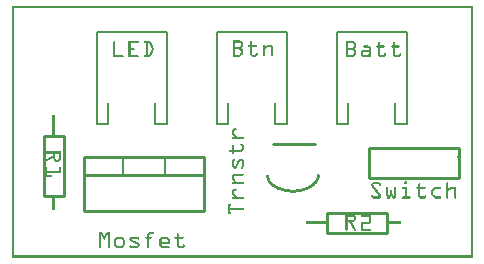
<source format=gto>
G04 MADE WITH FRITZING*
G04 WWW.FRITZING.ORG*
G04 DOUBLE SIDED*
G04 HOLES PLATED*
G04 CONTOUR ON CENTER OF CONTOUR VECTOR*
%ASAXBY*%
%FSLAX23Y23*%
%MOIN*%
%OFA0B0*%
%SFA1.0B1.0*%
%ADD10C,0.010000*%
%ADD11C,0.005000*%
%ADD12C,0.008000*%
%ADD13R,0.001000X0.001000*%
%LNSILK1*%
G90*
G70*
G54D10*
X1490Y367D02*
X1190Y367D01*
D02*
X1190Y367D02*
X1190Y267D01*
D02*
X1190Y267D02*
X1490Y267D01*
D02*
X1490Y267D02*
X1490Y367D01*
D02*
X173Y407D02*
X173Y207D01*
D02*
X173Y207D02*
X107Y207D01*
D02*
X107Y207D02*
X107Y407D01*
D02*
X107Y407D02*
X173Y407D01*
D02*
X870Y381D02*
X1010Y381D01*
D02*
X1050Y150D02*
X1250Y150D01*
D02*
X1250Y150D02*
X1250Y84D01*
D02*
X1250Y84D02*
X1050Y84D01*
D02*
X1050Y84D02*
X1050Y150D01*
D02*
X240Y337D02*
X640Y337D01*
D02*
X640Y337D02*
X640Y157D01*
D02*
X640Y157D02*
X240Y157D01*
D02*
X240Y157D02*
X240Y337D01*
D02*
X240Y337D02*
X640Y337D01*
D02*
X640Y337D02*
X640Y277D01*
D02*
X640Y277D02*
X240Y277D01*
D02*
X240Y277D02*
X240Y337D01*
G54D11*
D02*
X370Y337D02*
X370Y277D01*
D02*
X510Y337D02*
X510Y277D01*
G54D12*
D02*
X1122Y517D02*
X1122Y446D01*
D02*
X1122Y446D02*
X1083Y446D01*
D02*
X1083Y446D02*
X1083Y753D01*
D02*
X1083Y753D02*
X1319Y753D01*
D02*
X1319Y753D02*
X1319Y446D01*
D02*
X1319Y446D02*
X1279Y446D01*
D02*
X1279Y446D02*
X1279Y517D01*
D02*
X722Y517D02*
X722Y446D01*
D02*
X722Y446D02*
X683Y446D01*
D02*
X683Y446D02*
X683Y753D01*
D02*
X683Y753D02*
X919Y753D01*
D02*
X919Y753D02*
X919Y446D01*
D02*
X919Y446D02*
X879Y446D01*
D02*
X879Y446D02*
X879Y517D01*
D02*
X322Y517D02*
X322Y446D01*
D02*
X322Y446D02*
X283Y446D01*
D02*
X283Y446D02*
X283Y753D01*
D02*
X283Y753D02*
X519Y753D01*
D02*
X519Y753D02*
X519Y446D01*
D02*
X519Y446D02*
X479Y446D01*
D02*
X479Y446D02*
X479Y517D01*
G54D13*
X0Y840D02*
X1537Y840D01*
X0Y839D02*
X1537Y839D01*
X0Y838D02*
X1537Y838D01*
X0Y837D02*
X1537Y837D01*
X0Y836D02*
X1537Y836D01*
X0Y835D02*
X1537Y835D01*
X0Y834D02*
X1537Y834D01*
X0Y833D02*
X1537Y833D01*
X0Y832D02*
X7Y832D01*
X1530Y832D02*
X1537Y832D01*
X0Y831D02*
X7Y831D01*
X1530Y831D02*
X1537Y831D01*
X0Y830D02*
X7Y830D01*
X1530Y830D02*
X1537Y830D01*
X0Y829D02*
X7Y829D01*
X1530Y829D02*
X1537Y829D01*
X0Y828D02*
X7Y828D01*
X1530Y828D02*
X1537Y828D01*
X0Y827D02*
X7Y827D01*
X1530Y827D02*
X1537Y827D01*
X0Y826D02*
X7Y826D01*
X1530Y826D02*
X1537Y826D01*
X0Y825D02*
X7Y825D01*
X1530Y825D02*
X1537Y825D01*
X0Y824D02*
X7Y824D01*
X1530Y824D02*
X1537Y824D01*
X0Y823D02*
X7Y823D01*
X1530Y823D02*
X1537Y823D01*
X0Y822D02*
X7Y822D01*
X1530Y822D02*
X1537Y822D01*
X0Y821D02*
X7Y821D01*
X1530Y821D02*
X1537Y821D01*
X0Y820D02*
X7Y820D01*
X1530Y820D02*
X1537Y820D01*
X0Y819D02*
X7Y819D01*
X1530Y819D02*
X1537Y819D01*
X0Y818D02*
X7Y818D01*
X1530Y818D02*
X1537Y818D01*
X0Y817D02*
X7Y817D01*
X1530Y817D02*
X1537Y817D01*
X0Y816D02*
X7Y816D01*
X1530Y816D02*
X1537Y816D01*
X0Y815D02*
X7Y815D01*
X1530Y815D02*
X1537Y815D01*
X0Y814D02*
X7Y814D01*
X1530Y814D02*
X1537Y814D01*
X0Y813D02*
X7Y813D01*
X1530Y813D02*
X1537Y813D01*
X0Y812D02*
X7Y812D01*
X1530Y812D02*
X1537Y812D01*
X0Y811D02*
X7Y811D01*
X1530Y811D02*
X1537Y811D01*
X0Y810D02*
X7Y810D01*
X1530Y810D02*
X1537Y810D01*
X0Y809D02*
X7Y809D01*
X1530Y809D02*
X1537Y809D01*
X0Y808D02*
X7Y808D01*
X1530Y808D02*
X1537Y808D01*
X0Y807D02*
X7Y807D01*
X1530Y807D02*
X1537Y807D01*
X0Y806D02*
X7Y806D01*
X1530Y806D02*
X1537Y806D01*
X0Y805D02*
X7Y805D01*
X1530Y805D02*
X1537Y805D01*
X0Y804D02*
X7Y804D01*
X1530Y804D02*
X1537Y804D01*
X0Y803D02*
X7Y803D01*
X1530Y803D02*
X1537Y803D01*
X0Y802D02*
X7Y802D01*
X1530Y802D02*
X1537Y802D01*
X0Y801D02*
X7Y801D01*
X1530Y801D02*
X1537Y801D01*
X0Y800D02*
X7Y800D01*
X1530Y800D02*
X1537Y800D01*
X0Y799D02*
X7Y799D01*
X1530Y799D02*
X1537Y799D01*
X0Y798D02*
X7Y798D01*
X1530Y798D02*
X1537Y798D01*
X0Y797D02*
X7Y797D01*
X1530Y797D02*
X1537Y797D01*
X0Y796D02*
X7Y796D01*
X1530Y796D02*
X1537Y796D01*
X0Y795D02*
X7Y795D01*
X1530Y795D02*
X1537Y795D01*
X0Y794D02*
X7Y794D01*
X1530Y794D02*
X1537Y794D01*
X0Y793D02*
X7Y793D01*
X1530Y793D02*
X1537Y793D01*
X0Y792D02*
X7Y792D01*
X1530Y792D02*
X1537Y792D01*
X0Y791D02*
X7Y791D01*
X1530Y791D02*
X1537Y791D01*
X0Y790D02*
X7Y790D01*
X1530Y790D02*
X1537Y790D01*
X0Y789D02*
X7Y789D01*
X1530Y789D02*
X1537Y789D01*
X0Y788D02*
X7Y788D01*
X1530Y788D02*
X1537Y788D01*
X0Y787D02*
X7Y787D01*
X1530Y787D02*
X1537Y787D01*
X0Y786D02*
X7Y786D01*
X1530Y786D02*
X1537Y786D01*
X0Y785D02*
X7Y785D01*
X1530Y785D02*
X1537Y785D01*
X0Y784D02*
X7Y784D01*
X1530Y784D02*
X1537Y784D01*
X0Y783D02*
X7Y783D01*
X1530Y783D02*
X1537Y783D01*
X0Y782D02*
X7Y782D01*
X1530Y782D02*
X1537Y782D01*
X0Y781D02*
X7Y781D01*
X1530Y781D02*
X1537Y781D01*
X0Y780D02*
X7Y780D01*
X1530Y780D02*
X1537Y780D01*
X0Y779D02*
X7Y779D01*
X1530Y779D02*
X1537Y779D01*
X0Y778D02*
X7Y778D01*
X1530Y778D02*
X1537Y778D01*
X0Y777D02*
X7Y777D01*
X1530Y777D02*
X1537Y777D01*
X0Y776D02*
X7Y776D01*
X1530Y776D02*
X1537Y776D01*
X0Y775D02*
X7Y775D01*
X1530Y775D02*
X1537Y775D01*
X0Y774D02*
X7Y774D01*
X1530Y774D02*
X1537Y774D01*
X0Y773D02*
X7Y773D01*
X1530Y773D02*
X1537Y773D01*
X0Y772D02*
X7Y772D01*
X1530Y772D02*
X1537Y772D01*
X0Y771D02*
X7Y771D01*
X1530Y771D02*
X1537Y771D01*
X0Y770D02*
X7Y770D01*
X1530Y770D02*
X1537Y770D01*
X0Y769D02*
X7Y769D01*
X1530Y769D02*
X1537Y769D01*
X0Y768D02*
X7Y768D01*
X1530Y768D02*
X1537Y768D01*
X0Y767D02*
X7Y767D01*
X1530Y767D02*
X1537Y767D01*
X0Y766D02*
X7Y766D01*
X1530Y766D02*
X1537Y766D01*
X0Y765D02*
X7Y765D01*
X1530Y765D02*
X1537Y765D01*
X0Y764D02*
X7Y764D01*
X1530Y764D02*
X1537Y764D01*
X0Y763D02*
X7Y763D01*
X1530Y763D02*
X1537Y763D01*
X0Y762D02*
X7Y762D01*
X1530Y762D02*
X1537Y762D01*
X0Y761D02*
X7Y761D01*
X1530Y761D02*
X1537Y761D01*
X0Y760D02*
X7Y760D01*
X1530Y760D02*
X1537Y760D01*
X0Y759D02*
X7Y759D01*
X1530Y759D02*
X1537Y759D01*
X0Y758D02*
X7Y758D01*
X1530Y758D02*
X1537Y758D01*
X0Y757D02*
X7Y757D01*
X1530Y757D02*
X1537Y757D01*
X0Y756D02*
X7Y756D01*
X1530Y756D02*
X1537Y756D01*
X0Y755D02*
X7Y755D01*
X1530Y755D02*
X1537Y755D01*
X0Y754D02*
X7Y754D01*
X1530Y754D02*
X1537Y754D01*
X0Y753D02*
X7Y753D01*
X1530Y753D02*
X1537Y753D01*
X0Y752D02*
X7Y752D01*
X1530Y752D02*
X1537Y752D01*
X0Y751D02*
X7Y751D01*
X1530Y751D02*
X1537Y751D01*
X0Y750D02*
X7Y750D01*
X1530Y750D02*
X1537Y750D01*
X0Y749D02*
X7Y749D01*
X1530Y749D02*
X1537Y749D01*
X0Y748D02*
X7Y748D01*
X1530Y748D02*
X1537Y748D01*
X0Y747D02*
X7Y747D01*
X1530Y747D02*
X1537Y747D01*
X0Y746D02*
X7Y746D01*
X1530Y746D02*
X1537Y746D01*
X0Y745D02*
X7Y745D01*
X1530Y745D02*
X1537Y745D01*
X0Y744D02*
X7Y744D01*
X1530Y744D02*
X1537Y744D01*
X0Y743D02*
X7Y743D01*
X1530Y743D02*
X1537Y743D01*
X0Y742D02*
X7Y742D01*
X1530Y742D02*
X1537Y742D01*
X0Y741D02*
X7Y741D01*
X1530Y741D02*
X1537Y741D01*
X0Y740D02*
X7Y740D01*
X1530Y740D02*
X1537Y740D01*
X0Y739D02*
X7Y739D01*
X1530Y739D02*
X1537Y739D01*
X0Y738D02*
X7Y738D01*
X1530Y738D02*
X1537Y738D01*
X0Y737D02*
X7Y737D01*
X1530Y737D02*
X1537Y737D01*
X0Y736D02*
X7Y736D01*
X1530Y736D02*
X1537Y736D01*
X0Y735D02*
X7Y735D01*
X1530Y735D02*
X1537Y735D01*
X0Y734D02*
X7Y734D01*
X1530Y734D02*
X1537Y734D01*
X0Y733D02*
X7Y733D01*
X1530Y733D02*
X1537Y733D01*
X0Y732D02*
X7Y732D01*
X1530Y732D02*
X1537Y732D01*
X0Y731D02*
X7Y731D01*
X1530Y731D02*
X1537Y731D01*
X0Y730D02*
X7Y730D01*
X1530Y730D02*
X1537Y730D01*
X0Y729D02*
X7Y729D01*
X1530Y729D02*
X1537Y729D01*
X0Y728D02*
X7Y728D01*
X1530Y728D02*
X1537Y728D01*
X0Y727D02*
X7Y727D01*
X1530Y727D02*
X1537Y727D01*
X0Y726D02*
X7Y726D01*
X1530Y726D02*
X1537Y726D01*
X0Y725D02*
X7Y725D01*
X1530Y725D02*
X1537Y725D01*
X0Y724D02*
X7Y724D01*
X737Y724D02*
X761Y724D01*
X1530Y724D02*
X1537Y724D01*
X0Y723D02*
X7Y723D01*
X737Y723D02*
X763Y723D01*
X1530Y723D02*
X1537Y723D01*
X0Y722D02*
X7Y722D01*
X341Y722D02*
X344Y722D01*
X389Y722D02*
X422Y722D01*
X441Y722D02*
X459Y722D01*
X737Y722D02*
X765Y722D01*
X1114Y722D02*
X1137Y722D01*
X1530Y722D02*
X1537Y722D01*
X0Y721D02*
X7Y721D01*
X340Y721D02*
X345Y721D01*
X389Y721D02*
X423Y721D01*
X440Y721D02*
X461Y721D01*
X737Y721D02*
X766Y721D01*
X795Y721D02*
X799Y721D01*
X1114Y721D02*
X1140Y721D01*
X1530Y721D02*
X1537Y721D01*
X0Y720D02*
X7Y720D01*
X339Y720D02*
X345Y720D01*
X389Y720D02*
X423Y720D01*
X440Y720D02*
X462Y720D01*
X737Y720D02*
X767Y720D01*
X795Y720D02*
X800Y720D01*
X1114Y720D02*
X1141Y720D01*
X1530Y720D02*
X1537Y720D01*
X0Y719D02*
X7Y719D01*
X339Y719D02*
X345Y719D01*
X389Y719D02*
X423Y719D01*
X440Y719D02*
X463Y719D01*
X737Y719D02*
X768Y719D01*
X794Y719D02*
X800Y719D01*
X1114Y719D02*
X1143Y719D01*
X1222Y719D02*
X1226Y719D01*
X1272Y719D02*
X1276Y719D01*
X1530Y719D02*
X1537Y719D01*
X0Y718D02*
X7Y718D01*
X339Y718D02*
X345Y718D01*
X389Y718D02*
X423Y718D01*
X440Y718D02*
X464Y718D01*
X737Y718D02*
X769Y718D01*
X794Y718D02*
X800Y718D01*
X1114Y718D02*
X1144Y718D01*
X1221Y718D02*
X1226Y718D01*
X1272Y718D02*
X1277Y718D01*
X1530Y718D02*
X1537Y718D01*
X0Y717D02*
X7Y717D01*
X339Y717D02*
X345Y717D01*
X389Y717D02*
X422Y717D01*
X441Y717D02*
X464Y717D01*
X737Y717D02*
X743Y717D01*
X761Y717D02*
X769Y717D01*
X794Y717D02*
X800Y717D01*
X1114Y717D02*
X1144Y717D01*
X1221Y717D02*
X1227Y717D01*
X1271Y717D02*
X1277Y717D01*
X1530Y717D02*
X1537Y717D01*
X0Y716D02*
X7Y716D01*
X339Y716D02*
X345Y716D01*
X389Y716D02*
X421Y716D01*
X442Y716D02*
X465Y716D01*
X737Y716D02*
X743Y716D01*
X762Y716D02*
X770Y716D01*
X794Y716D02*
X800Y716D01*
X1114Y716D02*
X1145Y716D01*
X1221Y716D02*
X1227Y716D01*
X1271Y716D02*
X1277Y716D01*
X1530Y716D02*
X1537Y716D01*
X0Y715D02*
X7Y715D01*
X339Y715D02*
X345Y715D01*
X389Y715D02*
X396Y715D01*
X447Y715D02*
X453Y715D01*
X458Y715D02*
X465Y715D01*
X737Y715D02*
X743Y715D01*
X763Y715D02*
X770Y715D01*
X794Y715D02*
X800Y715D01*
X1114Y715D02*
X1120Y715D01*
X1137Y715D02*
X1146Y715D01*
X1221Y715D02*
X1227Y715D01*
X1271Y715D02*
X1277Y715D01*
X1530Y715D02*
X1537Y715D01*
X0Y714D02*
X7Y714D01*
X339Y714D02*
X345Y714D01*
X389Y714D02*
X396Y714D01*
X447Y714D02*
X453Y714D01*
X459Y714D02*
X466Y714D01*
X737Y714D02*
X743Y714D01*
X764Y714D02*
X770Y714D01*
X794Y714D02*
X800Y714D01*
X1114Y714D02*
X1120Y714D01*
X1139Y714D02*
X1146Y714D01*
X1221Y714D02*
X1227Y714D01*
X1271Y714D02*
X1277Y714D01*
X1530Y714D02*
X1537Y714D01*
X0Y713D02*
X7Y713D01*
X339Y713D02*
X345Y713D01*
X389Y713D02*
X396Y713D01*
X447Y713D02*
X453Y713D01*
X460Y713D02*
X466Y713D01*
X737Y713D02*
X743Y713D01*
X764Y713D02*
X770Y713D01*
X794Y713D02*
X800Y713D01*
X1114Y713D02*
X1120Y713D01*
X1140Y713D02*
X1146Y713D01*
X1221Y713D02*
X1227Y713D01*
X1271Y713D02*
X1277Y713D01*
X1530Y713D02*
X1537Y713D01*
X0Y712D02*
X7Y712D01*
X339Y712D02*
X345Y712D01*
X389Y712D02*
X396Y712D01*
X447Y712D02*
X453Y712D01*
X460Y712D02*
X467Y712D01*
X737Y712D02*
X743Y712D01*
X764Y712D02*
X770Y712D01*
X794Y712D02*
X800Y712D01*
X1114Y712D02*
X1120Y712D01*
X1140Y712D02*
X1147Y712D01*
X1221Y712D02*
X1227Y712D01*
X1271Y712D02*
X1277Y712D01*
X1530Y712D02*
X1537Y712D01*
X0Y711D02*
X7Y711D01*
X339Y711D02*
X345Y711D01*
X389Y711D02*
X396Y711D01*
X447Y711D02*
X453Y711D01*
X461Y711D02*
X467Y711D01*
X737Y711D02*
X743Y711D01*
X765Y711D02*
X771Y711D01*
X794Y711D02*
X800Y711D01*
X1114Y711D02*
X1120Y711D01*
X1141Y711D02*
X1147Y711D01*
X1221Y711D02*
X1227Y711D01*
X1271Y711D02*
X1277Y711D01*
X1530Y711D02*
X1537Y711D01*
X0Y710D02*
X7Y710D01*
X339Y710D02*
X345Y710D01*
X389Y710D02*
X396Y710D01*
X447Y710D02*
X453Y710D01*
X461Y710D02*
X468Y710D01*
X737Y710D02*
X743Y710D01*
X765Y710D02*
X771Y710D01*
X790Y710D02*
X814Y710D01*
X840Y710D02*
X840Y710D01*
X856Y710D02*
X861Y710D01*
X1114Y710D02*
X1120Y710D01*
X1141Y710D02*
X1147Y710D01*
X1221Y710D02*
X1227Y710D01*
X1271Y710D02*
X1277Y710D01*
X1530Y710D02*
X1537Y710D01*
X0Y709D02*
X7Y709D01*
X339Y709D02*
X345Y709D01*
X389Y709D02*
X396Y709D01*
X447Y709D02*
X453Y709D01*
X462Y709D02*
X468Y709D01*
X737Y709D02*
X743Y709D01*
X765Y709D02*
X771Y709D01*
X788Y709D02*
X816Y709D01*
X838Y709D02*
X842Y709D01*
X852Y709D02*
X865Y709D01*
X1114Y709D02*
X1120Y709D01*
X1141Y709D02*
X1147Y709D01*
X1221Y709D02*
X1227Y709D01*
X1271Y709D02*
X1277Y709D01*
X1530Y709D02*
X1537Y709D01*
X0Y708D02*
X7Y708D01*
X339Y708D02*
X345Y708D01*
X389Y708D02*
X396Y708D01*
X447Y708D02*
X453Y708D01*
X462Y708D02*
X469Y708D01*
X737Y708D02*
X743Y708D01*
X765Y708D02*
X771Y708D01*
X788Y708D02*
X817Y708D01*
X838Y708D02*
X843Y708D01*
X850Y708D02*
X866Y708D01*
X1114Y708D02*
X1120Y708D01*
X1141Y708D02*
X1147Y708D01*
X1175Y708D02*
X1186Y708D01*
X1218Y708D02*
X1240Y708D01*
X1268Y708D02*
X1291Y708D01*
X1530Y708D02*
X1537Y708D01*
X0Y707D02*
X7Y707D01*
X339Y707D02*
X345Y707D01*
X389Y707D02*
X396Y707D01*
X447Y707D02*
X453Y707D01*
X463Y707D02*
X469Y707D01*
X737Y707D02*
X743Y707D01*
X764Y707D02*
X770Y707D01*
X787Y707D02*
X817Y707D01*
X837Y707D02*
X843Y707D01*
X849Y707D02*
X867Y707D01*
X1114Y707D02*
X1120Y707D01*
X1141Y707D02*
X1147Y707D01*
X1172Y707D02*
X1191Y707D01*
X1215Y707D02*
X1243Y707D01*
X1265Y707D02*
X1293Y707D01*
X1530Y707D02*
X1537Y707D01*
X0Y706D02*
X7Y706D01*
X339Y706D02*
X345Y706D01*
X389Y706D02*
X396Y706D01*
X447Y706D02*
X453Y706D01*
X463Y706D02*
X470Y706D01*
X737Y706D02*
X743Y706D01*
X764Y706D02*
X770Y706D01*
X787Y706D02*
X817Y706D01*
X837Y706D02*
X843Y706D01*
X847Y706D02*
X868Y706D01*
X1114Y706D02*
X1120Y706D01*
X1141Y706D02*
X1147Y706D01*
X1171Y706D02*
X1193Y706D01*
X1214Y706D02*
X1244Y706D01*
X1265Y706D02*
X1294Y706D01*
X1530Y706D02*
X1537Y706D01*
X0Y705D02*
X7Y705D01*
X339Y705D02*
X345Y705D01*
X389Y705D02*
X396Y705D01*
X447Y705D02*
X453Y705D01*
X464Y705D02*
X470Y705D01*
X737Y705D02*
X743Y705D01*
X764Y705D02*
X770Y705D01*
X788Y705D02*
X817Y705D01*
X837Y705D02*
X843Y705D01*
X846Y705D02*
X869Y705D01*
X1114Y705D02*
X1120Y705D01*
X1141Y705D02*
X1147Y705D01*
X1171Y705D02*
X1194Y705D01*
X1214Y705D02*
X1244Y705D01*
X1264Y705D02*
X1294Y705D01*
X1530Y705D02*
X1537Y705D01*
X0Y704D02*
X7Y704D01*
X339Y704D02*
X345Y704D01*
X389Y704D02*
X396Y704D01*
X447Y704D02*
X453Y704D01*
X464Y704D02*
X471Y704D01*
X737Y704D02*
X743Y704D01*
X763Y704D02*
X770Y704D01*
X788Y704D02*
X816Y704D01*
X837Y704D02*
X870Y704D01*
X1114Y704D02*
X1120Y704D01*
X1141Y704D02*
X1147Y704D01*
X1171Y704D02*
X1195Y704D01*
X1214Y704D02*
X1244Y704D01*
X1264Y704D02*
X1294Y704D01*
X1530Y704D02*
X1537Y704D01*
X0Y703D02*
X7Y703D01*
X339Y703D02*
X345Y703D01*
X389Y703D02*
X396Y703D01*
X447Y703D02*
X453Y703D01*
X465Y703D02*
X471Y703D01*
X737Y703D02*
X743Y703D01*
X762Y703D02*
X770Y703D01*
X794Y703D02*
X800Y703D01*
X837Y703D02*
X855Y703D01*
X862Y703D02*
X870Y703D01*
X1114Y703D02*
X1120Y703D01*
X1140Y703D02*
X1147Y703D01*
X1171Y703D02*
X1195Y703D01*
X1214Y703D02*
X1244Y703D01*
X1265Y703D02*
X1294Y703D01*
X1530Y703D02*
X1537Y703D01*
X0Y702D02*
X7Y702D01*
X339Y702D02*
X345Y702D01*
X389Y702D02*
X396Y702D01*
X447Y702D02*
X453Y702D01*
X465Y702D02*
X472Y702D01*
X737Y702D02*
X743Y702D01*
X761Y702D02*
X769Y702D01*
X794Y702D02*
X800Y702D01*
X837Y702D02*
X853Y702D01*
X863Y702D02*
X870Y702D01*
X1114Y702D02*
X1120Y702D01*
X1140Y702D02*
X1147Y702D01*
X1172Y702D02*
X1196Y702D01*
X1215Y702D02*
X1243Y702D01*
X1265Y702D02*
X1293Y702D01*
X1530Y702D02*
X1537Y702D01*
X0Y701D02*
X7Y701D01*
X339Y701D02*
X345Y701D01*
X389Y701D02*
X396Y701D01*
X447Y701D02*
X453Y701D01*
X466Y701D02*
X472Y701D01*
X737Y701D02*
X768Y701D01*
X794Y701D02*
X800Y701D01*
X837Y701D02*
X851Y701D01*
X864Y701D02*
X870Y701D01*
X1114Y701D02*
X1120Y701D01*
X1139Y701D02*
X1146Y701D01*
X1174Y701D02*
X1196Y701D01*
X1218Y701D02*
X1241Y701D01*
X1268Y701D02*
X1291Y701D01*
X1530Y701D02*
X1537Y701D01*
X0Y700D02*
X7Y700D01*
X339Y700D02*
X345Y700D01*
X389Y700D02*
X396Y700D01*
X447Y700D02*
X453Y700D01*
X466Y700D02*
X473Y700D01*
X737Y700D02*
X768Y700D01*
X794Y700D02*
X800Y700D01*
X837Y700D02*
X850Y700D01*
X864Y700D02*
X870Y700D01*
X1114Y700D02*
X1120Y700D01*
X1137Y700D02*
X1146Y700D01*
X1189Y700D02*
X1197Y700D01*
X1221Y700D02*
X1227Y700D01*
X1271Y700D02*
X1277Y700D01*
X1530Y700D02*
X1537Y700D01*
X0Y699D02*
X7Y699D01*
X339Y699D02*
X345Y699D01*
X389Y699D02*
X407Y699D01*
X447Y699D02*
X453Y699D01*
X467Y699D02*
X473Y699D01*
X737Y699D02*
X767Y699D01*
X794Y699D02*
X800Y699D01*
X837Y699D02*
X848Y699D01*
X864Y699D02*
X870Y699D01*
X1114Y699D02*
X1145Y699D01*
X1190Y699D02*
X1197Y699D01*
X1221Y699D02*
X1227Y699D01*
X1271Y699D02*
X1277Y699D01*
X1530Y699D02*
X1537Y699D01*
X0Y698D02*
X7Y698D01*
X339Y698D02*
X345Y698D01*
X389Y698D02*
X408Y698D01*
X447Y698D02*
X453Y698D01*
X467Y698D02*
X473Y698D01*
X737Y698D02*
X766Y698D01*
X794Y698D02*
X800Y698D01*
X837Y698D02*
X847Y698D01*
X864Y698D02*
X870Y698D01*
X1114Y698D02*
X1145Y698D01*
X1190Y698D02*
X1197Y698D01*
X1221Y698D02*
X1227Y698D01*
X1271Y698D02*
X1277Y698D01*
X1530Y698D02*
X1537Y698D01*
X0Y697D02*
X7Y697D01*
X339Y697D02*
X345Y697D01*
X389Y697D02*
X409Y697D01*
X447Y697D02*
X453Y697D01*
X467Y697D02*
X473Y697D01*
X737Y697D02*
X766Y697D01*
X794Y697D02*
X800Y697D01*
X837Y697D02*
X845Y697D01*
X864Y697D02*
X870Y697D01*
X1114Y697D02*
X1144Y697D01*
X1191Y697D02*
X1197Y697D01*
X1221Y697D02*
X1227Y697D01*
X1271Y697D02*
X1277Y697D01*
X1530Y697D02*
X1537Y697D01*
X0Y696D02*
X7Y696D01*
X339Y696D02*
X345Y696D01*
X389Y696D02*
X409Y696D01*
X447Y696D02*
X453Y696D01*
X467Y696D02*
X473Y696D01*
X737Y696D02*
X767Y696D01*
X794Y696D02*
X800Y696D01*
X837Y696D02*
X844Y696D01*
X864Y696D02*
X870Y696D01*
X1114Y696D02*
X1143Y696D01*
X1191Y696D02*
X1197Y696D01*
X1221Y696D02*
X1227Y696D01*
X1271Y696D02*
X1277Y696D01*
X1530Y696D02*
X1537Y696D01*
X0Y695D02*
X7Y695D01*
X339Y695D02*
X345Y695D01*
X389Y695D02*
X409Y695D01*
X447Y695D02*
X453Y695D01*
X467Y695D02*
X473Y695D01*
X737Y695D02*
X768Y695D01*
X794Y695D02*
X800Y695D01*
X837Y695D02*
X843Y695D01*
X864Y695D02*
X870Y695D01*
X1114Y695D02*
X1143Y695D01*
X1191Y695D02*
X1197Y695D01*
X1221Y695D02*
X1227Y695D01*
X1271Y695D02*
X1277Y695D01*
X1530Y695D02*
X1537Y695D01*
X0Y694D02*
X7Y694D01*
X339Y694D02*
X345Y694D01*
X389Y694D02*
X409Y694D01*
X447Y694D02*
X453Y694D01*
X467Y694D02*
X473Y694D01*
X737Y694D02*
X743Y694D01*
X759Y694D02*
X769Y694D01*
X794Y694D02*
X800Y694D01*
X837Y694D02*
X843Y694D01*
X864Y694D02*
X870Y694D01*
X1114Y694D02*
X1144Y694D01*
X1191Y694D02*
X1197Y694D01*
X1221Y694D02*
X1227Y694D01*
X1271Y694D02*
X1277Y694D01*
X1530Y694D02*
X1537Y694D01*
X0Y693D02*
X7Y693D01*
X339Y693D02*
X345Y693D01*
X389Y693D02*
X408Y693D01*
X447Y693D02*
X453Y693D01*
X467Y693D02*
X473Y693D01*
X737Y693D02*
X743Y693D01*
X762Y693D02*
X769Y693D01*
X794Y693D02*
X800Y693D01*
X837Y693D02*
X843Y693D01*
X864Y693D02*
X870Y693D01*
X1114Y693D02*
X1145Y693D01*
X1172Y693D02*
X1197Y693D01*
X1221Y693D02*
X1227Y693D01*
X1271Y693D02*
X1277Y693D01*
X1530Y693D02*
X1537Y693D01*
X0Y692D02*
X7Y692D01*
X339Y692D02*
X345Y692D01*
X389Y692D02*
X396Y692D01*
X447Y692D02*
X453Y692D01*
X466Y692D02*
X473Y692D01*
X737Y692D02*
X743Y692D01*
X763Y692D02*
X770Y692D01*
X794Y692D02*
X800Y692D01*
X837Y692D02*
X843Y692D01*
X864Y692D02*
X870Y692D01*
X1114Y692D02*
X1120Y692D01*
X1136Y692D02*
X1145Y692D01*
X1169Y692D02*
X1197Y692D01*
X1221Y692D02*
X1227Y692D01*
X1271Y692D02*
X1277Y692D01*
X1530Y692D02*
X1537Y692D01*
X0Y691D02*
X7Y691D01*
X339Y691D02*
X345Y691D01*
X389Y691D02*
X396Y691D01*
X447Y691D02*
X453Y691D01*
X466Y691D02*
X472Y691D01*
X737Y691D02*
X743Y691D01*
X763Y691D02*
X770Y691D01*
X794Y691D02*
X800Y691D01*
X837Y691D02*
X843Y691D01*
X864Y691D02*
X870Y691D01*
X1114Y691D02*
X1120Y691D01*
X1138Y691D02*
X1146Y691D01*
X1168Y691D02*
X1197Y691D01*
X1221Y691D02*
X1227Y691D01*
X1271Y691D02*
X1277Y691D01*
X1530Y691D02*
X1537Y691D01*
X0Y690D02*
X7Y690D01*
X339Y690D02*
X345Y690D01*
X389Y690D02*
X396Y690D01*
X447Y690D02*
X453Y690D01*
X465Y690D02*
X472Y690D01*
X737Y690D02*
X743Y690D01*
X764Y690D02*
X770Y690D01*
X794Y690D02*
X800Y690D01*
X837Y690D02*
X843Y690D01*
X864Y690D02*
X870Y690D01*
X1114Y690D02*
X1120Y690D01*
X1139Y690D02*
X1146Y690D01*
X1167Y690D02*
X1197Y690D01*
X1221Y690D02*
X1227Y690D01*
X1271Y690D02*
X1277Y690D01*
X1530Y690D02*
X1537Y690D01*
X0Y689D02*
X7Y689D01*
X339Y689D02*
X345Y689D01*
X389Y689D02*
X396Y689D01*
X447Y689D02*
X453Y689D01*
X465Y689D02*
X472Y689D01*
X737Y689D02*
X743Y689D01*
X764Y689D02*
X770Y689D01*
X794Y689D02*
X800Y689D01*
X837Y689D02*
X843Y689D01*
X864Y689D02*
X870Y689D01*
X1114Y689D02*
X1120Y689D01*
X1140Y689D02*
X1147Y689D01*
X1166Y689D02*
X1197Y689D01*
X1221Y689D02*
X1227Y689D01*
X1271Y689D02*
X1277Y689D01*
X1530Y689D02*
X1537Y689D01*
X0Y688D02*
X7Y688D01*
X339Y688D02*
X345Y688D01*
X389Y688D02*
X396Y688D01*
X447Y688D02*
X453Y688D01*
X464Y688D02*
X471Y688D01*
X737Y688D02*
X743Y688D01*
X765Y688D02*
X771Y688D01*
X794Y688D02*
X800Y688D01*
X837Y688D02*
X843Y688D01*
X864Y688D02*
X870Y688D01*
X1114Y688D02*
X1120Y688D01*
X1141Y688D02*
X1147Y688D01*
X1165Y688D02*
X1197Y688D01*
X1221Y688D02*
X1227Y688D01*
X1271Y688D02*
X1277Y688D01*
X1530Y688D02*
X1537Y688D01*
X0Y687D02*
X7Y687D01*
X339Y687D02*
X345Y687D01*
X389Y687D02*
X396Y687D01*
X447Y687D02*
X453Y687D01*
X464Y687D02*
X471Y687D01*
X737Y687D02*
X743Y687D01*
X765Y687D02*
X771Y687D01*
X794Y687D02*
X800Y687D01*
X837Y687D02*
X843Y687D01*
X864Y687D02*
X870Y687D01*
X1114Y687D02*
X1120Y687D01*
X1141Y687D02*
X1147Y687D01*
X1165Y687D02*
X1197Y687D01*
X1221Y687D02*
X1227Y687D01*
X1271Y687D02*
X1277Y687D01*
X1530Y687D02*
X1537Y687D01*
X0Y686D02*
X7Y686D01*
X339Y686D02*
X345Y686D01*
X389Y686D02*
X396Y686D01*
X447Y686D02*
X453Y686D01*
X463Y686D02*
X470Y686D01*
X737Y686D02*
X743Y686D01*
X765Y686D02*
X771Y686D01*
X794Y686D02*
X800Y686D01*
X837Y686D02*
X843Y686D01*
X864Y686D02*
X870Y686D01*
X1114Y686D02*
X1120Y686D01*
X1141Y686D02*
X1147Y686D01*
X1164Y686D02*
X1172Y686D01*
X1189Y686D02*
X1197Y686D01*
X1221Y686D02*
X1227Y686D01*
X1271Y686D02*
X1277Y686D01*
X1530Y686D02*
X1537Y686D01*
X0Y685D02*
X7Y685D01*
X339Y685D02*
X345Y685D01*
X389Y685D02*
X396Y685D01*
X447Y685D02*
X453Y685D01*
X463Y685D02*
X470Y685D01*
X737Y685D02*
X743Y685D01*
X765Y685D02*
X771Y685D01*
X794Y685D02*
X800Y685D01*
X837Y685D02*
X843Y685D01*
X864Y685D02*
X870Y685D01*
X1114Y685D02*
X1120Y685D01*
X1141Y685D02*
X1147Y685D01*
X1164Y685D02*
X1171Y685D01*
X1190Y685D02*
X1197Y685D01*
X1221Y685D02*
X1227Y685D01*
X1271Y685D02*
X1277Y685D01*
X1530Y685D02*
X1537Y685D01*
X0Y684D02*
X7Y684D01*
X339Y684D02*
X345Y684D01*
X389Y684D02*
X396Y684D01*
X447Y684D02*
X453Y684D01*
X462Y684D02*
X469Y684D01*
X737Y684D02*
X743Y684D01*
X765Y684D02*
X771Y684D01*
X794Y684D02*
X800Y684D01*
X837Y684D02*
X843Y684D01*
X864Y684D02*
X870Y684D01*
X1114Y684D02*
X1120Y684D01*
X1141Y684D02*
X1147Y684D01*
X1164Y684D02*
X1170Y684D01*
X1191Y684D02*
X1197Y684D01*
X1221Y684D02*
X1227Y684D01*
X1271Y684D02*
X1277Y684D01*
X1530Y684D02*
X1537Y684D01*
X0Y683D02*
X7Y683D01*
X339Y683D02*
X345Y683D01*
X389Y683D02*
X396Y683D01*
X447Y683D02*
X453Y683D01*
X462Y683D02*
X469Y683D01*
X737Y683D02*
X743Y683D01*
X764Y683D02*
X770Y683D01*
X794Y683D02*
X800Y683D01*
X816Y683D02*
X819Y683D01*
X837Y683D02*
X843Y683D01*
X864Y683D02*
X870Y683D01*
X1114Y683D02*
X1120Y683D01*
X1141Y683D02*
X1147Y683D01*
X1164Y683D02*
X1170Y683D01*
X1191Y683D02*
X1197Y683D01*
X1221Y683D02*
X1227Y683D01*
X1271Y683D02*
X1277Y683D01*
X1530Y683D02*
X1537Y683D01*
X0Y682D02*
X7Y682D01*
X339Y682D02*
X345Y682D01*
X389Y682D02*
X396Y682D01*
X447Y682D02*
X453Y682D01*
X461Y682D02*
X468Y682D01*
X737Y682D02*
X743Y682D01*
X764Y682D02*
X770Y682D01*
X794Y682D02*
X800Y682D01*
X816Y682D02*
X820Y682D01*
X837Y682D02*
X843Y682D01*
X864Y682D02*
X870Y682D01*
X1114Y682D02*
X1120Y682D01*
X1141Y682D02*
X1147Y682D01*
X1164Y682D02*
X1170Y682D01*
X1191Y682D02*
X1197Y682D01*
X1221Y682D02*
X1227Y682D01*
X1271Y682D02*
X1277Y682D01*
X1530Y682D02*
X1537Y682D01*
X0Y681D02*
X7Y681D01*
X339Y681D02*
X345Y681D01*
X389Y681D02*
X396Y681D01*
X447Y681D02*
X453Y681D01*
X461Y681D02*
X468Y681D01*
X737Y681D02*
X743Y681D01*
X763Y681D02*
X770Y681D01*
X794Y681D02*
X800Y681D01*
X815Y681D02*
X821Y681D01*
X837Y681D02*
X843Y681D01*
X864Y681D02*
X870Y681D01*
X1114Y681D02*
X1120Y681D01*
X1141Y681D02*
X1147Y681D01*
X1164Y681D02*
X1170Y681D01*
X1191Y681D02*
X1197Y681D01*
X1221Y681D02*
X1227Y681D01*
X1243Y681D02*
X1246Y681D01*
X1271Y681D02*
X1277Y681D01*
X1294Y681D02*
X1296Y681D01*
X1530Y681D02*
X1537Y681D01*
X0Y680D02*
X7Y680D01*
X339Y680D02*
X345Y680D01*
X389Y680D02*
X396Y680D01*
X447Y680D02*
X453Y680D01*
X460Y680D02*
X467Y680D01*
X737Y680D02*
X743Y680D01*
X763Y680D02*
X770Y680D01*
X794Y680D02*
X800Y680D01*
X815Y680D02*
X821Y680D01*
X837Y680D02*
X843Y680D01*
X864Y680D02*
X870Y680D01*
X1114Y680D02*
X1120Y680D01*
X1141Y680D02*
X1147Y680D01*
X1164Y680D02*
X1170Y680D01*
X1191Y680D02*
X1197Y680D01*
X1221Y680D02*
X1227Y680D01*
X1242Y680D02*
X1247Y680D01*
X1271Y680D02*
X1277Y680D01*
X1293Y680D02*
X1297Y680D01*
X1530Y680D02*
X1537Y680D01*
X0Y679D02*
X7Y679D01*
X339Y679D02*
X345Y679D01*
X389Y679D02*
X396Y679D01*
X447Y679D02*
X453Y679D01*
X460Y679D02*
X467Y679D01*
X737Y679D02*
X743Y679D01*
X762Y679D02*
X769Y679D01*
X794Y679D02*
X801Y679D01*
X814Y679D02*
X821Y679D01*
X837Y679D02*
X843Y679D01*
X864Y679D02*
X870Y679D01*
X1114Y679D02*
X1120Y679D01*
X1140Y679D02*
X1147Y679D01*
X1164Y679D02*
X1170Y679D01*
X1189Y679D02*
X1197Y679D01*
X1221Y679D02*
X1227Y679D01*
X1242Y679D02*
X1247Y679D01*
X1271Y679D02*
X1277Y679D01*
X1292Y679D02*
X1298Y679D01*
X1530Y679D02*
X1537Y679D01*
X0Y678D02*
X7Y678D01*
X339Y678D02*
X345Y678D01*
X389Y678D02*
X396Y678D01*
X447Y678D02*
X453Y678D01*
X459Y678D02*
X466Y678D01*
X737Y678D02*
X743Y678D01*
X760Y678D02*
X769Y678D01*
X795Y678D02*
X802Y678D01*
X813Y678D02*
X820Y678D01*
X837Y678D02*
X843Y678D01*
X864Y678D02*
X870Y678D01*
X1114Y678D02*
X1120Y678D01*
X1139Y678D02*
X1146Y678D01*
X1164Y678D02*
X1170Y678D01*
X1188Y678D02*
X1197Y678D01*
X1221Y678D02*
X1227Y678D01*
X1241Y678D02*
X1248Y678D01*
X1271Y678D02*
X1277Y678D01*
X1292Y678D02*
X1298Y678D01*
X1530Y678D02*
X1537Y678D01*
X0Y677D02*
X7Y677D01*
X339Y677D02*
X345Y677D01*
X389Y677D02*
X396Y677D01*
X447Y677D02*
X453Y677D01*
X459Y677D02*
X466Y677D01*
X737Y677D02*
X768Y677D01*
X795Y677D02*
X820Y677D01*
X837Y677D02*
X843Y677D01*
X864Y677D02*
X870Y677D01*
X1114Y677D02*
X1120Y677D01*
X1138Y677D02*
X1146Y677D01*
X1164Y677D02*
X1171Y677D01*
X1186Y677D02*
X1197Y677D01*
X1221Y677D02*
X1228Y677D01*
X1241Y677D02*
X1248Y677D01*
X1271Y677D02*
X1278Y677D01*
X1291Y677D02*
X1298Y677D01*
X1530Y677D02*
X1537Y677D01*
X0Y676D02*
X7Y676D01*
X339Y676D02*
X345Y676D01*
X389Y676D02*
X396Y676D01*
X447Y676D02*
X453Y676D01*
X458Y676D02*
X465Y676D01*
X737Y676D02*
X767Y676D01*
X795Y676D02*
X819Y676D01*
X837Y676D02*
X843Y676D01*
X864Y676D02*
X870Y676D01*
X1114Y676D02*
X1120Y676D01*
X1137Y676D02*
X1145Y676D01*
X1164Y676D02*
X1172Y676D01*
X1184Y676D02*
X1197Y676D01*
X1221Y676D02*
X1229Y676D01*
X1240Y676D02*
X1247Y676D01*
X1272Y676D02*
X1279Y676D01*
X1290Y676D02*
X1297Y676D01*
X1530Y676D02*
X1537Y676D01*
X0Y675D02*
X7Y675D01*
X339Y675D02*
X371Y675D01*
X389Y675D02*
X421Y675D01*
X441Y675D02*
X465Y675D01*
X737Y675D02*
X767Y675D01*
X796Y675D02*
X819Y675D01*
X837Y675D02*
X843Y675D01*
X864Y675D02*
X870Y675D01*
X1114Y675D02*
X1145Y675D01*
X1165Y675D02*
X1197Y675D01*
X1222Y675D02*
X1247Y675D01*
X1272Y675D02*
X1297Y675D01*
X1530Y675D02*
X1537Y675D01*
X0Y674D02*
X7Y674D01*
X339Y674D02*
X372Y674D01*
X389Y674D02*
X422Y674D01*
X440Y674D02*
X464Y674D01*
X737Y674D02*
X765Y674D01*
X797Y674D02*
X818Y674D01*
X837Y674D02*
X843Y674D01*
X865Y674D02*
X870Y674D01*
X1114Y674D02*
X1144Y674D01*
X1165Y674D02*
X1197Y674D01*
X1222Y674D02*
X1246Y674D01*
X1272Y674D02*
X1297Y674D01*
X1530Y674D02*
X1537Y674D01*
X0Y673D02*
X7Y673D01*
X339Y673D02*
X373Y673D01*
X389Y673D02*
X423Y673D01*
X440Y673D02*
X464Y673D01*
X737Y673D02*
X764Y673D01*
X798Y673D02*
X817Y673D01*
X838Y673D02*
X843Y673D01*
X865Y673D02*
X870Y673D01*
X1114Y673D02*
X1143Y673D01*
X1166Y673D02*
X1197Y673D01*
X1223Y673D02*
X1246Y673D01*
X1273Y673D02*
X1296Y673D01*
X1530Y673D02*
X1537Y673D01*
X0Y672D02*
X7Y672D01*
X339Y672D02*
X373Y672D01*
X389Y672D02*
X423Y672D01*
X440Y672D02*
X463Y672D01*
X737Y672D02*
X762Y672D01*
X799Y672D02*
X815Y672D01*
X838Y672D02*
X843Y672D01*
X865Y672D02*
X870Y672D01*
X1114Y672D02*
X1142Y672D01*
X1167Y672D02*
X1197Y672D01*
X1224Y672D02*
X1245Y672D01*
X1274Y672D02*
X1295Y672D01*
X1530Y672D02*
X1537Y672D01*
X0Y671D02*
X7Y671D01*
X339Y671D02*
X373Y671D01*
X389Y671D02*
X423Y671D01*
X440Y671D02*
X462Y671D01*
X737Y671D02*
X760Y671D01*
X802Y671D02*
X813Y671D01*
X840Y671D02*
X841Y671D01*
X867Y671D02*
X868Y671D01*
X1114Y671D02*
X1141Y671D01*
X1168Y671D02*
X1189Y671D01*
X1192Y671D02*
X1197Y671D01*
X1225Y671D02*
X1244Y671D01*
X1275Y671D02*
X1294Y671D01*
X1530Y671D02*
X1537Y671D01*
X0Y670D02*
X7Y670D01*
X339Y670D02*
X372Y670D01*
X389Y670D02*
X422Y670D01*
X440Y670D02*
X460Y670D01*
X1114Y670D02*
X1139Y670D01*
X1169Y670D02*
X1187Y670D01*
X1192Y670D02*
X1196Y670D01*
X1226Y670D02*
X1242Y670D01*
X1276Y670D02*
X1293Y670D01*
X1530Y670D02*
X1537Y670D01*
X0Y669D02*
X7Y669D01*
X339Y669D02*
X371Y669D01*
X390Y669D02*
X421Y669D01*
X442Y669D02*
X458Y669D01*
X1114Y669D02*
X1137Y669D01*
X1171Y669D02*
X1185Y669D01*
X1193Y669D02*
X1195Y669D01*
X1228Y669D02*
X1240Y669D01*
X1279Y669D02*
X1290Y669D01*
X1530Y669D02*
X1537Y669D01*
X0Y668D02*
X7Y668D01*
X1530Y668D02*
X1537Y668D01*
X0Y667D02*
X7Y667D01*
X1530Y667D02*
X1537Y667D01*
X0Y666D02*
X7Y666D01*
X1530Y666D02*
X1537Y666D01*
X0Y665D02*
X7Y665D01*
X1530Y665D02*
X1537Y665D01*
X0Y664D02*
X7Y664D01*
X1530Y664D02*
X1537Y664D01*
X0Y663D02*
X7Y663D01*
X1530Y663D02*
X1537Y663D01*
X0Y662D02*
X7Y662D01*
X1530Y662D02*
X1537Y662D01*
X0Y661D02*
X7Y661D01*
X1530Y661D02*
X1537Y661D01*
X0Y660D02*
X7Y660D01*
X1530Y660D02*
X1537Y660D01*
X0Y659D02*
X7Y659D01*
X1530Y659D02*
X1537Y659D01*
X0Y658D02*
X7Y658D01*
X1530Y658D02*
X1537Y658D01*
X0Y657D02*
X7Y657D01*
X1530Y657D02*
X1537Y657D01*
X0Y656D02*
X7Y656D01*
X1530Y656D02*
X1537Y656D01*
X0Y655D02*
X7Y655D01*
X1530Y655D02*
X1537Y655D01*
X0Y654D02*
X7Y654D01*
X1530Y654D02*
X1537Y654D01*
X0Y653D02*
X7Y653D01*
X1530Y653D02*
X1537Y653D01*
X0Y652D02*
X7Y652D01*
X1530Y652D02*
X1537Y652D01*
X0Y651D02*
X7Y651D01*
X1530Y651D02*
X1537Y651D01*
X0Y650D02*
X7Y650D01*
X1530Y650D02*
X1537Y650D01*
X0Y649D02*
X7Y649D01*
X1530Y649D02*
X1537Y649D01*
X0Y648D02*
X7Y648D01*
X1530Y648D02*
X1537Y648D01*
X0Y647D02*
X7Y647D01*
X1530Y647D02*
X1537Y647D01*
X0Y646D02*
X7Y646D01*
X1530Y646D02*
X1537Y646D01*
X0Y645D02*
X7Y645D01*
X1530Y645D02*
X1537Y645D01*
X0Y644D02*
X7Y644D01*
X1530Y644D02*
X1537Y644D01*
X0Y643D02*
X7Y643D01*
X1530Y643D02*
X1537Y643D01*
X0Y642D02*
X7Y642D01*
X1530Y642D02*
X1537Y642D01*
X0Y641D02*
X7Y641D01*
X1530Y641D02*
X1537Y641D01*
X0Y640D02*
X7Y640D01*
X1530Y640D02*
X1537Y640D01*
X0Y639D02*
X7Y639D01*
X1530Y639D02*
X1537Y639D01*
X0Y638D02*
X7Y638D01*
X1530Y638D02*
X1537Y638D01*
X0Y637D02*
X7Y637D01*
X1530Y637D02*
X1537Y637D01*
X0Y636D02*
X7Y636D01*
X1530Y636D02*
X1537Y636D01*
X0Y635D02*
X7Y635D01*
X1530Y635D02*
X1537Y635D01*
X0Y634D02*
X7Y634D01*
X1530Y634D02*
X1537Y634D01*
X0Y633D02*
X7Y633D01*
X1530Y633D02*
X1537Y633D01*
X0Y632D02*
X7Y632D01*
X1530Y632D02*
X1537Y632D01*
X0Y631D02*
X7Y631D01*
X1530Y631D02*
X1537Y631D01*
X0Y630D02*
X7Y630D01*
X1530Y630D02*
X1537Y630D01*
X0Y629D02*
X7Y629D01*
X1530Y629D02*
X1537Y629D01*
X0Y628D02*
X7Y628D01*
X1530Y628D02*
X1537Y628D01*
X0Y627D02*
X7Y627D01*
X1530Y627D02*
X1537Y627D01*
X0Y626D02*
X7Y626D01*
X1530Y626D02*
X1537Y626D01*
X0Y625D02*
X7Y625D01*
X1530Y625D02*
X1537Y625D01*
X0Y624D02*
X7Y624D01*
X1530Y624D02*
X1537Y624D01*
X0Y623D02*
X7Y623D01*
X1530Y623D02*
X1537Y623D01*
X0Y622D02*
X7Y622D01*
X1530Y622D02*
X1537Y622D01*
X0Y621D02*
X7Y621D01*
X1530Y621D02*
X1537Y621D01*
X0Y620D02*
X7Y620D01*
X1530Y620D02*
X1537Y620D01*
X0Y619D02*
X7Y619D01*
X1530Y619D02*
X1537Y619D01*
X0Y618D02*
X7Y618D01*
X1530Y618D02*
X1537Y618D01*
X0Y617D02*
X7Y617D01*
X1530Y617D02*
X1537Y617D01*
X0Y616D02*
X7Y616D01*
X1530Y616D02*
X1537Y616D01*
X0Y615D02*
X7Y615D01*
X1530Y615D02*
X1537Y615D01*
X0Y614D02*
X7Y614D01*
X1530Y614D02*
X1537Y614D01*
X0Y613D02*
X7Y613D01*
X1530Y613D02*
X1537Y613D01*
X0Y612D02*
X7Y612D01*
X1530Y612D02*
X1537Y612D01*
X0Y611D02*
X7Y611D01*
X1530Y611D02*
X1537Y611D01*
X0Y610D02*
X7Y610D01*
X1530Y610D02*
X1537Y610D01*
X0Y609D02*
X7Y609D01*
X1530Y609D02*
X1537Y609D01*
X0Y608D02*
X7Y608D01*
X1530Y608D02*
X1537Y608D01*
X0Y607D02*
X7Y607D01*
X1530Y607D02*
X1537Y607D01*
X0Y606D02*
X7Y606D01*
X1530Y606D02*
X1537Y606D01*
X0Y605D02*
X7Y605D01*
X1530Y605D02*
X1537Y605D01*
X0Y604D02*
X7Y604D01*
X1530Y604D02*
X1537Y604D01*
X0Y603D02*
X7Y603D01*
X1530Y603D02*
X1537Y603D01*
X0Y602D02*
X7Y602D01*
X1530Y602D02*
X1537Y602D01*
X0Y601D02*
X7Y601D01*
X1530Y601D02*
X1537Y601D01*
X0Y600D02*
X7Y600D01*
X1530Y600D02*
X1537Y600D01*
X0Y599D02*
X7Y599D01*
X1530Y599D02*
X1537Y599D01*
X0Y598D02*
X7Y598D01*
X1530Y598D02*
X1537Y598D01*
X0Y597D02*
X7Y597D01*
X1530Y597D02*
X1537Y597D01*
X0Y596D02*
X7Y596D01*
X1530Y596D02*
X1537Y596D01*
X0Y595D02*
X7Y595D01*
X1530Y595D02*
X1537Y595D01*
X0Y594D02*
X7Y594D01*
X1530Y594D02*
X1537Y594D01*
X0Y593D02*
X7Y593D01*
X1530Y593D02*
X1537Y593D01*
X0Y592D02*
X7Y592D01*
X1530Y592D02*
X1537Y592D01*
X0Y591D02*
X7Y591D01*
X1530Y591D02*
X1537Y591D01*
X0Y590D02*
X7Y590D01*
X1530Y590D02*
X1537Y590D01*
X0Y589D02*
X7Y589D01*
X1530Y589D02*
X1537Y589D01*
X0Y588D02*
X7Y588D01*
X1530Y588D02*
X1537Y588D01*
X0Y587D02*
X7Y587D01*
X1530Y587D02*
X1537Y587D01*
X0Y586D02*
X7Y586D01*
X1530Y586D02*
X1537Y586D01*
X0Y585D02*
X7Y585D01*
X1530Y585D02*
X1537Y585D01*
X0Y584D02*
X7Y584D01*
X1530Y584D02*
X1537Y584D01*
X0Y583D02*
X7Y583D01*
X1530Y583D02*
X1537Y583D01*
X0Y582D02*
X7Y582D01*
X1530Y582D02*
X1537Y582D01*
X0Y581D02*
X7Y581D01*
X1530Y581D02*
X1537Y581D01*
X0Y580D02*
X7Y580D01*
X1530Y580D02*
X1537Y580D01*
X0Y579D02*
X7Y579D01*
X1530Y579D02*
X1537Y579D01*
X0Y578D02*
X7Y578D01*
X1530Y578D02*
X1537Y578D01*
X0Y577D02*
X7Y577D01*
X1530Y577D02*
X1537Y577D01*
X0Y576D02*
X7Y576D01*
X1530Y576D02*
X1537Y576D01*
X0Y575D02*
X7Y575D01*
X1530Y575D02*
X1537Y575D01*
X0Y574D02*
X7Y574D01*
X1530Y574D02*
X1537Y574D01*
X0Y573D02*
X7Y573D01*
X1530Y573D02*
X1537Y573D01*
X0Y572D02*
X7Y572D01*
X1530Y572D02*
X1537Y572D01*
X0Y571D02*
X7Y571D01*
X1530Y571D02*
X1537Y571D01*
X0Y570D02*
X7Y570D01*
X1530Y570D02*
X1537Y570D01*
X0Y569D02*
X7Y569D01*
X1530Y569D02*
X1537Y569D01*
X0Y568D02*
X7Y568D01*
X1530Y568D02*
X1537Y568D01*
X0Y567D02*
X7Y567D01*
X1530Y567D02*
X1537Y567D01*
X0Y566D02*
X7Y566D01*
X1530Y566D02*
X1537Y566D01*
X0Y565D02*
X7Y565D01*
X1530Y565D02*
X1537Y565D01*
X0Y564D02*
X7Y564D01*
X1530Y564D02*
X1537Y564D01*
X0Y563D02*
X7Y563D01*
X1530Y563D02*
X1537Y563D01*
X0Y562D02*
X7Y562D01*
X1530Y562D02*
X1537Y562D01*
X0Y561D02*
X7Y561D01*
X1530Y561D02*
X1537Y561D01*
X0Y560D02*
X7Y560D01*
X1530Y560D02*
X1537Y560D01*
X0Y559D02*
X7Y559D01*
X1530Y559D02*
X1537Y559D01*
X0Y558D02*
X7Y558D01*
X1530Y558D02*
X1537Y558D01*
X0Y557D02*
X7Y557D01*
X1530Y557D02*
X1537Y557D01*
X0Y556D02*
X7Y556D01*
X1530Y556D02*
X1537Y556D01*
X0Y555D02*
X7Y555D01*
X1530Y555D02*
X1537Y555D01*
X0Y554D02*
X7Y554D01*
X1530Y554D02*
X1537Y554D01*
X0Y553D02*
X7Y553D01*
X1530Y553D02*
X1537Y553D01*
X0Y552D02*
X7Y552D01*
X1530Y552D02*
X1537Y552D01*
X0Y551D02*
X7Y551D01*
X1530Y551D02*
X1537Y551D01*
X0Y550D02*
X7Y550D01*
X1530Y550D02*
X1537Y550D01*
X0Y549D02*
X7Y549D01*
X1530Y549D02*
X1537Y549D01*
X0Y548D02*
X7Y548D01*
X1530Y548D02*
X1537Y548D01*
X0Y547D02*
X7Y547D01*
X1530Y547D02*
X1537Y547D01*
X0Y546D02*
X7Y546D01*
X1530Y546D02*
X1537Y546D01*
X0Y545D02*
X7Y545D01*
X1530Y545D02*
X1537Y545D01*
X0Y544D02*
X7Y544D01*
X1530Y544D02*
X1537Y544D01*
X0Y543D02*
X7Y543D01*
X1530Y543D02*
X1537Y543D01*
X0Y542D02*
X7Y542D01*
X1530Y542D02*
X1537Y542D01*
X0Y541D02*
X7Y541D01*
X1530Y541D02*
X1537Y541D01*
X0Y540D02*
X7Y540D01*
X1530Y540D02*
X1537Y540D01*
X0Y539D02*
X7Y539D01*
X1530Y539D02*
X1537Y539D01*
X0Y538D02*
X7Y538D01*
X1530Y538D02*
X1537Y538D01*
X0Y537D02*
X7Y537D01*
X1530Y537D02*
X1537Y537D01*
X0Y536D02*
X7Y536D01*
X1530Y536D02*
X1537Y536D01*
X0Y535D02*
X7Y535D01*
X1530Y535D02*
X1537Y535D01*
X0Y534D02*
X7Y534D01*
X1530Y534D02*
X1537Y534D01*
X0Y533D02*
X7Y533D01*
X1530Y533D02*
X1537Y533D01*
X0Y532D02*
X7Y532D01*
X1530Y532D02*
X1537Y532D01*
X0Y531D02*
X7Y531D01*
X1530Y531D02*
X1537Y531D01*
X0Y530D02*
X7Y530D01*
X1530Y530D02*
X1537Y530D01*
X0Y529D02*
X7Y529D01*
X1530Y529D02*
X1537Y529D01*
X0Y528D02*
X7Y528D01*
X1530Y528D02*
X1537Y528D01*
X0Y527D02*
X7Y527D01*
X1530Y527D02*
X1537Y527D01*
X0Y526D02*
X7Y526D01*
X1530Y526D02*
X1537Y526D01*
X0Y525D02*
X7Y525D01*
X1530Y525D02*
X1537Y525D01*
X0Y524D02*
X7Y524D01*
X1530Y524D02*
X1537Y524D01*
X0Y523D02*
X7Y523D01*
X1530Y523D02*
X1537Y523D01*
X0Y522D02*
X7Y522D01*
X1530Y522D02*
X1537Y522D01*
X0Y521D02*
X7Y521D01*
X1530Y521D02*
X1537Y521D01*
X0Y520D02*
X7Y520D01*
X1530Y520D02*
X1537Y520D01*
X0Y519D02*
X7Y519D01*
X1530Y519D02*
X1537Y519D01*
X0Y518D02*
X7Y518D01*
X1530Y518D02*
X1537Y518D01*
X0Y517D02*
X7Y517D01*
X1530Y517D02*
X1537Y517D01*
X0Y516D02*
X7Y516D01*
X1530Y516D02*
X1537Y516D01*
X0Y515D02*
X7Y515D01*
X1530Y515D02*
X1537Y515D01*
X0Y514D02*
X7Y514D01*
X1530Y514D02*
X1537Y514D01*
X0Y513D02*
X7Y513D01*
X1530Y513D02*
X1537Y513D01*
X0Y512D02*
X7Y512D01*
X1530Y512D02*
X1537Y512D01*
X0Y511D02*
X7Y511D01*
X1530Y511D02*
X1537Y511D01*
X0Y510D02*
X7Y510D01*
X1530Y510D02*
X1537Y510D01*
X0Y509D02*
X7Y509D01*
X1530Y509D02*
X1537Y509D01*
X0Y508D02*
X7Y508D01*
X1530Y508D02*
X1537Y508D01*
X0Y507D02*
X7Y507D01*
X1530Y507D02*
X1537Y507D01*
X0Y506D02*
X7Y506D01*
X1530Y506D02*
X1537Y506D01*
X0Y505D02*
X7Y505D01*
X1530Y505D02*
X1537Y505D01*
X0Y504D02*
X7Y504D01*
X1530Y504D02*
X1537Y504D01*
X0Y503D02*
X7Y503D01*
X1530Y503D02*
X1537Y503D01*
X0Y502D02*
X7Y502D01*
X1530Y502D02*
X1537Y502D01*
X0Y501D02*
X7Y501D01*
X1530Y501D02*
X1537Y501D01*
X0Y500D02*
X7Y500D01*
X1530Y500D02*
X1537Y500D01*
X0Y499D02*
X7Y499D01*
X1530Y499D02*
X1537Y499D01*
X0Y498D02*
X7Y498D01*
X1530Y498D02*
X1537Y498D01*
X0Y497D02*
X7Y497D01*
X1530Y497D02*
X1537Y497D01*
X0Y496D02*
X7Y496D01*
X1530Y496D02*
X1537Y496D01*
X0Y495D02*
X7Y495D01*
X1530Y495D02*
X1537Y495D01*
X0Y494D02*
X7Y494D01*
X1530Y494D02*
X1537Y494D01*
X0Y493D02*
X7Y493D01*
X1530Y493D02*
X1537Y493D01*
X0Y492D02*
X7Y492D01*
X1530Y492D02*
X1537Y492D01*
X0Y491D02*
X7Y491D01*
X1530Y491D02*
X1537Y491D01*
X0Y490D02*
X7Y490D01*
X1530Y490D02*
X1537Y490D01*
X0Y489D02*
X7Y489D01*
X1530Y489D02*
X1537Y489D01*
X0Y488D02*
X7Y488D01*
X1530Y488D02*
X1537Y488D01*
X0Y487D02*
X7Y487D01*
X1530Y487D02*
X1537Y487D01*
X0Y486D02*
X7Y486D01*
X1530Y486D02*
X1537Y486D01*
X0Y485D02*
X7Y485D01*
X1530Y485D02*
X1537Y485D01*
X0Y484D02*
X7Y484D01*
X1530Y484D02*
X1537Y484D01*
X0Y483D02*
X7Y483D01*
X1530Y483D02*
X1537Y483D01*
X0Y482D02*
X7Y482D01*
X1530Y482D02*
X1537Y482D01*
X0Y481D02*
X7Y481D01*
X1530Y481D02*
X1537Y481D01*
X0Y480D02*
X7Y480D01*
X1530Y480D02*
X1537Y480D01*
X0Y479D02*
X7Y479D01*
X1530Y479D02*
X1537Y479D01*
X0Y478D02*
X7Y478D01*
X1530Y478D02*
X1537Y478D01*
X0Y477D02*
X7Y477D01*
X1530Y477D02*
X1537Y477D01*
X0Y476D02*
X7Y476D01*
X1530Y476D02*
X1537Y476D01*
X0Y475D02*
X7Y475D01*
X135Y475D02*
X138Y475D01*
X141Y475D02*
X144Y475D01*
X1530Y475D02*
X1537Y475D01*
X0Y474D02*
X7Y474D01*
X135Y474D02*
X144Y474D01*
X1530Y474D02*
X1537Y474D01*
X0Y473D02*
X7Y473D01*
X135Y473D02*
X144Y473D01*
X1530Y473D02*
X1537Y473D01*
X0Y472D02*
X7Y472D01*
X135Y472D02*
X144Y472D01*
X1530Y472D02*
X1537Y472D01*
X0Y471D02*
X7Y471D01*
X135Y471D02*
X144Y471D01*
X1530Y471D02*
X1537Y471D01*
X0Y470D02*
X7Y470D01*
X135Y470D02*
X144Y470D01*
X1530Y470D02*
X1537Y470D01*
X0Y469D02*
X7Y469D01*
X135Y469D02*
X144Y469D01*
X1530Y469D02*
X1537Y469D01*
X0Y468D02*
X7Y468D01*
X135Y468D02*
X144Y468D01*
X1530Y468D02*
X1537Y468D01*
X0Y467D02*
X7Y467D01*
X135Y467D02*
X144Y467D01*
X1530Y467D02*
X1537Y467D01*
X0Y466D02*
X7Y466D01*
X135Y466D02*
X144Y466D01*
X1530Y466D02*
X1537Y466D01*
X0Y465D02*
X7Y465D01*
X135Y465D02*
X144Y465D01*
X1530Y465D02*
X1537Y465D01*
X0Y464D02*
X7Y464D01*
X135Y464D02*
X144Y464D01*
X1530Y464D02*
X1537Y464D01*
X0Y463D02*
X7Y463D01*
X135Y463D02*
X144Y463D01*
X1530Y463D02*
X1537Y463D01*
X0Y462D02*
X7Y462D01*
X135Y462D02*
X144Y462D01*
X1530Y462D02*
X1537Y462D01*
X0Y461D02*
X7Y461D01*
X135Y461D02*
X144Y461D01*
X1530Y461D02*
X1537Y461D01*
X0Y460D02*
X7Y460D01*
X135Y460D02*
X144Y460D01*
X1530Y460D02*
X1537Y460D01*
X0Y459D02*
X7Y459D01*
X135Y459D02*
X144Y459D01*
X1530Y459D02*
X1537Y459D01*
X0Y458D02*
X7Y458D01*
X135Y458D02*
X144Y458D01*
X1530Y458D02*
X1537Y458D01*
X0Y457D02*
X7Y457D01*
X135Y457D02*
X144Y457D01*
X1530Y457D02*
X1537Y457D01*
X0Y456D02*
X7Y456D01*
X135Y456D02*
X144Y456D01*
X1530Y456D02*
X1537Y456D01*
X0Y455D02*
X7Y455D01*
X135Y455D02*
X144Y455D01*
X1530Y455D02*
X1537Y455D01*
X0Y454D02*
X7Y454D01*
X135Y454D02*
X144Y454D01*
X1530Y454D02*
X1537Y454D01*
X0Y453D02*
X7Y453D01*
X135Y453D02*
X144Y453D01*
X1530Y453D02*
X1537Y453D01*
X0Y452D02*
X7Y452D01*
X135Y452D02*
X144Y452D01*
X1530Y452D02*
X1537Y452D01*
X0Y451D02*
X7Y451D01*
X135Y451D02*
X144Y451D01*
X1530Y451D02*
X1537Y451D01*
X0Y450D02*
X7Y450D01*
X135Y450D02*
X144Y450D01*
X1530Y450D02*
X1537Y450D01*
X0Y449D02*
X7Y449D01*
X135Y449D02*
X144Y449D01*
X1530Y449D02*
X1537Y449D01*
X0Y448D02*
X7Y448D01*
X135Y448D02*
X144Y448D01*
X1530Y448D02*
X1537Y448D01*
X0Y447D02*
X7Y447D01*
X135Y447D02*
X144Y447D01*
X1530Y447D02*
X1537Y447D01*
X0Y446D02*
X7Y446D01*
X135Y446D02*
X144Y446D01*
X1530Y446D02*
X1537Y446D01*
X0Y445D02*
X7Y445D01*
X135Y445D02*
X144Y445D01*
X1530Y445D02*
X1537Y445D01*
X0Y444D02*
X7Y444D01*
X135Y444D02*
X144Y444D01*
X1530Y444D02*
X1537Y444D01*
X0Y443D02*
X7Y443D01*
X135Y443D02*
X144Y443D01*
X1530Y443D02*
X1537Y443D01*
X0Y442D02*
X7Y442D01*
X135Y442D02*
X144Y442D01*
X1530Y442D02*
X1537Y442D01*
X0Y441D02*
X7Y441D01*
X135Y441D02*
X144Y441D01*
X1530Y441D02*
X1537Y441D01*
X0Y440D02*
X7Y440D01*
X135Y440D02*
X144Y440D01*
X1530Y440D02*
X1537Y440D01*
X0Y439D02*
X7Y439D01*
X135Y439D02*
X144Y439D01*
X1530Y439D02*
X1537Y439D01*
X0Y438D02*
X7Y438D01*
X135Y438D02*
X144Y438D01*
X1530Y438D02*
X1537Y438D01*
X0Y437D02*
X7Y437D01*
X135Y437D02*
X144Y437D01*
X1530Y437D02*
X1537Y437D01*
X0Y436D02*
X7Y436D01*
X135Y436D02*
X144Y436D01*
X1530Y436D02*
X1537Y436D01*
X0Y435D02*
X7Y435D01*
X135Y435D02*
X144Y435D01*
X1530Y435D02*
X1537Y435D01*
X0Y434D02*
X7Y434D01*
X135Y434D02*
X144Y434D01*
X1530Y434D02*
X1537Y434D01*
X0Y433D02*
X7Y433D01*
X135Y433D02*
X144Y433D01*
X1530Y433D02*
X1537Y433D01*
X0Y432D02*
X7Y432D01*
X135Y432D02*
X144Y432D01*
X1530Y432D02*
X1537Y432D01*
X0Y431D02*
X7Y431D01*
X135Y431D02*
X144Y431D01*
X743Y431D02*
X748Y431D01*
X1530Y431D02*
X1537Y431D01*
X0Y430D02*
X7Y430D01*
X135Y430D02*
X144Y430D01*
X741Y430D02*
X749Y430D01*
X1530Y430D02*
X1537Y430D01*
X0Y429D02*
X7Y429D01*
X135Y429D02*
X144Y429D01*
X739Y429D02*
X750Y429D01*
X1530Y429D02*
X1537Y429D01*
X0Y428D02*
X7Y428D01*
X135Y428D02*
X144Y428D01*
X738Y428D02*
X750Y428D01*
X1530Y428D02*
X1537Y428D01*
X0Y427D02*
X7Y427D01*
X135Y427D02*
X144Y427D01*
X737Y427D02*
X750Y427D01*
X1530Y427D02*
X1537Y427D01*
X0Y426D02*
X7Y426D01*
X135Y426D02*
X144Y426D01*
X737Y426D02*
X749Y426D01*
X1530Y426D02*
X1537Y426D01*
X0Y425D02*
X7Y425D01*
X135Y425D02*
X144Y425D01*
X736Y425D02*
X749Y425D01*
X1530Y425D02*
X1537Y425D01*
X0Y424D02*
X7Y424D01*
X135Y424D02*
X144Y424D01*
X736Y424D02*
X743Y424D01*
X1530Y424D02*
X1537Y424D01*
X0Y423D02*
X7Y423D01*
X135Y423D02*
X144Y423D01*
X735Y423D02*
X742Y423D01*
X1530Y423D02*
X1537Y423D01*
X0Y422D02*
X7Y422D01*
X135Y422D02*
X144Y422D01*
X735Y422D02*
X741Y422D01*
X1530Y422D02*
X1537Y422D01*
X0Y421D02*
X7Y421D01*
X135Y421D02*
X144Y421D01*
X735Y421D02*
X741Y421D01*
X1530Y421D02*
X1537Y421D01*
X0Y420D02*
X7Y420D01*
X135Y420D02*
X144Y420D01*
X735Y420D02*
X741Y420D01*
X1530Y420D02*
X1537Y420D01*
X0Y419D02*
X7Y419D01*
X135Y419D02*
X144Y419D01*
X735Y419D02*
X741Y419D01*
X1530Y419D02*
X1537Y419D01*
X0Y418D02*
X7Y418D01*
X135Y418D02*
X144Y418D01*
X735Y418D02*
X741Y418D01*
X1530Y418D02*
X1537Y418D01*
X0Y417D02*
X7Y417D01*
X135Y417D02*
X144Y417D01*
X735Y417D02*
X741Y417D01*
X1530Y417D02*
X1537Y417D01*
X0Y416D02*
X7Y416D01*
X135Y416D02*
X144Y416D01*
X735Y416D02*
X741Y416D01*
X1530Y416D02*
X1537Y416D01*
X0Y415D02*
X7Y415D01*
X135Y415D02*
X144Y415D01*
X735Y415D02*
X741Y415D01*
X1530Y415D02*
X1537Y415D01*
X0Y414D02*
X7Y414D01*
X135Y414D02*
X144Y414D01*
X735Y414D02*
X742Y414D01*
X1530Y414D02*
X1537Y414D01*
X0Y413D02*
X7Y413D01*
X135Y413D02*
X144Y413D01*
X735Y413D02*
X743Y413D01*
X1530Y413D02*
X1537Y413D01*
X0Y412D02*
X7Y412D01*
X135Y412D02*
X144Y412D01*
X736Y412D02*
X744Y412D01*
X1530Y412D02*
X1537Y412D01*
X0Y411D02*
X7Y411D01*
X135Y411D02*
X144Y411D01*
X736Y411D02*
X745Y411D01*
X1530Y411D02*
X1537Y411D01*
X0Y410D02*
X7Y410D01*
X135Y410D02*
X144Y410D01*
X737Y410D02*
X746Y410D01*
X1530Y410D02*
X1537Y410D01*
X0Y409D02*
X7Y409D01*
X135Y409D02*
X144Y409D01*
X738Y409D02*
X746Y409D01*
X1530Y409D02*
X1537Y409D01*
X0Y408D02*
X7Y408D01*
X135Y408D02*
X144Y408D01*
X739Y408D02*
X747Y408D01*
X1530Y408D02*
X1537Y408D01*
X0Y407D02*
X7Y407D01*
X740Y407D02*
X748Y407D01*
X1530Y407D02*
X1537Y407D01*
X0Y406D02*
X7Y406D01*
X741Y406D02*
X749Y406D01*
X1530Y406D02*
X1537Y406D01*
X0Y405D02*
X7Y405D01*
X742Y405D02*
X750Y405D01*
X1530Y405D02*
X1537Y405D01*
X0Y404D02*
X7Y404D01*
X742Y404D02*
X751Y404D01*
X1530Y404D02*
X1537Y404D01*
X0Y403D02*
X7Y403D01*
X737Y403D02*
X772Y403D01*
X1530Y403D02*
X1537Y403D01*
X0Y402D02*
X7Y402D01*
X736Y402D02*
X773Y402D01*
X1530Y402D02*
X1537Y402D01*
X0Y401D02*
X7Y401D01*
X735Y401D02*
X773Y401D01*
X1530Y401D02*
X1537Y401D01*
X0Y400D02*
X7Y400D01*
X735Y400D02*
X774Y400D01*
X1530Y400D02*
X1537Y400D01*
X0Y399D02*
X7Y399D01*
X735Y399D02*
X773Y399D01*
X1530Y399D02*
X1537Y399D01*
X0Y398D02*
X7Y398D01*
X736Y398D02*
X773Y398D01*
X1530Y398D02*
X1537Y398D01*
X0Y397D02*
X7Y397D01*
X737Y397D02*
X771Y397D01*
X1530Y397D02*
X1537Y397D01*
X0Y396D02*
X7Y396D01*
X1530Y396D02*
X1537Y396D01*
X0Y395D02*
X7Y395D01*
X1530Y395D02*
X1537Y395D01*
X0Y394D02*
X7Y394D01*
X1530Y394D02*
X1537Y394D01*
X0Y393D02*
X7Y393D01*
X1530Y393D02*
X1537Y393D01*
X0Y392D02*
X7Y392D01*
X1530Y392D02*
X1537Y392D01*
X0Y391D02*
X7Y391D01*
X1530Y391D02*
X1537Y391D01*
X0Y390D02*
X7Y390D01*
X1530Y390D02*
X1537Y390D01*
X0Y389D02*
X7Y389D01*
X1530Y389D02*
X1537Y389D01*
X0Y388D02*
X7Y388D01*
X1530Y388D02*
X1537Y388D01*
X0Y387D02*
X7Y387D01*
X1530Y387D02*
X1537Y387D01*
X0Y386D02*
X7Y386D01*
X1530Y386D02*
X1537Y386D01*
X0Y385D02*
X7Y385D01*
X1530Y385D02*
X1537Y385D01*
X0Y384D02*
X7Y384D01*
X1530Y384D02*
X1537Y384D01*
X0Y383D02*
X7Y383D01*
X1530Y383D02*
X1537Y383D01*
X0Y382D02*
X7Y382D01*
X1530Y382D02*
X1537Y382D01*
X0Y381D02*
X7Y381D01*
X765Y381D02*
X765Y381D01*
X1530Y381D02*
X1537Y381D01*
X0Y380D02*
X7Y380D01*
X763Y380D02*
X768Y380D01*
X1530Y380D02*
X1537Y380D01*
X0Y379D02*
X7Y379D01*
X762Y379D02*
X769Y379D01*
X1530Y379D02*
X1537Y379D01*
X0Y378D02*
X7Y378D01*
X762Y378D02*
X770Y378D01*
X1530Y378D02*
X1537Y378D01*
X0Y377D02*
X7Y377D01*
X737Y377D02*
X739Y377D01*
X762Y377D02*
X771Y377D01*
X1530Y377D02*
X1537Y377D01*
X0Y376D02*
X7Y376D01*
X736Y376D02*
X740Y376D01*
X762Y376D02*
X772Y376D01*
X1530Y376D02*
X1537Y376D01*
X0Y375D02*
X7Y375D01*
X735Y375D02*
X741Y375D01*
X763Y375D02*
X773Y375D01*
X1530Y375D02*
X1537Y375D01*
X0Y374D02*
X7Y374D01*
X735Y374D02*
X741Y374D01*
X765Y374D02*
X773Y374D01*
X1530Y374D02*
X1537Y374D01*
X0Y373D02*
X7Y373D01*
X735Y373D02*
X741Y373D01*
X766Y373D02*
X773Y373D01*
X1530Y373D02*
X1537Y373D01*
X0Y372D02*
X7Y372D01*
X735Y372D02*
X741Y372D01*
X767Y372D02*
X773Y372D01*
X1530Y372D02*
X1537Y372D01*
X0Y371D02*
X7Y371D01*
X735Y371D02*
X741Y371D01*
X767Y371D02*
X774Y371D01*
X1530Y371D02*
X1537Y371D01*
X0Y370D02*
X7Y370D01*
X735Y370D02*
X741Y370D01*
X768Y370D02*
X774Y370D01*
X1530Y370D02*
X1537Y370D01*
X0Y369D02*
X7Y369D01*
X735Y369D02*
X741Y369D01*
X768Y369D02*
X774Y369D01*
X1530Y369D02*
X1537Y369D01*
X0Y368D02*
X7Y368D01*
X735Y368D02*
X741Y368D01*
X768Y368D02*
X774Y368D01*
X1455Y368D02*
X1457Y368D01*
X1530Y368D02*
X1537Y368D01*
X0Y367D02*
X7Y367D01*
X735Y367D02*
X741Y367D01*
X768Y367D02*
X774Y367D01*
X1454Y367D02*
X1458Y367D01*
X1530Y367D02*
X1537Y367D01*
X0Y366D02*
X7Y366D01*
X735Y366D02*
X741Y366D01*
X768Y366D02*
X774Y366D01*
X1453Y366D02*
X1459Y366D01*
X1530Y366D02*
X1537Y366D01*
X0Y365D02*
X7Y365D01*
X735Y365D02*
X741Y365D01*
X768Y365D02*
X774Y365D01*
X1454Y365D02*
X1460Y365D01*
X1530Y365D02*
X1537Y365D01*
X0Y364D02*
X7Y364D01*
X735Y364D02*
X741Y364D01*
X768Y364D02*
X774Y364D01*
X1455Y364D02*
X1461Y364D01*
X1530Y364D02*
X1537Y364D01*
X0Y363D02*
X7Y363D01*
X735Y363D02*
X741Y363D01*
X767Y363D02*
X773Y363D01*
X1456Y363D02*
X1462Y363D01*
X1530Y363D02*
X1537Y363D01*
X0Y362D02*
X7Y362D01*
X735Y362D02*
X741Y362D01*
X767Y362D02*
X773Y362D01*
X1457Y362D02*
X1463Y362D01*
X1530Y362D02*
X1537Y362D01*
X0Y361D02*
X7Y361D01*
X735Y361D02*
X741Y361D01*
X766Y361D02*
X773Y361D01*
X1530Y361D02*
X1537Y361D01*
X0Y360D02*
X7Y360D01*
X725Y360D02*
X773Y360D01*
X1530Y360D02*
X1537Y360D01*
X0Y359D02*
X7Y359D01*
X724Y359D02*
X772Y359D01*
X1530Y359D02*
X1537Y359D01*
X0Y358D02*
X7Y358D01*
X724Y358D02*
X772Y358D01*
X1530Y358D02*
X1537Y358D01*
X0Y357D02*
X7Y357D01*
X723Y357D02*
X771Y357D01*
X1530Y357D02*
X1537Y357D01*
X0Y356D02*
X7Y356D01*
X723Y356D02*
X770Y356D01*
X1530Y356D02*
X1537Y356D01*
X0Y355D02*
X7Y355D01*
X724Y355D02*
X769Y355D01*
X1530Y355D02*
X1537Y355D01*
X0Y354D02*
X7Y354D01*
X112Y354D02*
X163Y354D01*
X725Y354D02*
X767Y354D01*
X1530Y354D02*
X1537Y354D01*
X0Y353D02*
X7Y353D01*
X111Y353D02*
X163Y353D01*
X735Y353D02*
X741Y353D01*
X1530Y353D02*
X1537Y353D01*
X0Y352D02*
X7Y352D01*
X110Y352D02*
X163Y352D01*
X735Y352D02*
X741Y352D01*
X1530Y352D02*
X1537Y352D01*
X0Y351D02*
X7Y351D01*
X110Y351D02*
X163Y351D01*
X735Y351D02*
X741Y351D01*
X1530Y351D02*
X1537Y351D01*
X0Y350D02*
X7Y350D01*
X110Y350D02*
X163Y350D01*
X735Y350D02*
X741Y350D01*
X1530Y350D02*
X1537Y350D01*
X0Y349D02*
X7Y349D01*
X110Y349D02*
X163Y349D01*
X735Y349D02*
X741Y349D01*
X1530Y349D02*
X1537Y349D01*
X0Y348D02*
X7Y348D01*
X111Y348D02*
X163Y348D01*
X736Y348D02*
X740Y348D01*
X1530Y348D02*
X1537Y348D01*
X0Y347D02*
X7Y347D01*
X139Y347D02*
X145Y347D01*
X157Y347D02*
X163Y347D01*
X737Y347D02*
X739Y347D01*
X1530Y347D02*
X1537Y347D01*
X0Y346D02*
X7Y346D01*
X139Y346D02*
X145Y346D01*
X157Y346D02*
X163Y346D01*
X1530Y346D02*
X1537Y346D01*
X0Y345D02*
X7Y345D01*
X139Y345D02*
X145Y345D01*
X157Y345D02*
X163Y345D01*
X1530Y345D02*
X1537Y345D01*
X0Y344D02*
X7Y344D01*
X139Y344D02*
X145Y344D01*
X157Y344D02*
X163Y344D01*
X1530Y344D02*
X1537Y344D01*
X0Y343D02*
X7Y343D01*
X139Y343D02*
X145Y343D01*
X157Y343D02*
X163Y343D01*
X1530Y343D02*
X1537Y343D01*
X0Y342D02*
X7Y342D01*
X138Y342D02*
X145Y342D01*
X157Y342D02*
X163Y342D01*
X1530Y342D02*
X1537Y342D01*
X0Y341D02*
X7Y341D01*
X137Y341D02*
X145Y341D01*
X157Y341D02*
X163Y341D01*
X1484Y341D02*
X1484Y341D01*
X1530Y341D02*
X1537Y341D01*
X0Y340D02*
X7Y340D01*
X135Y340D02*
X145Y340D01*
X157Y340D02*
X163Y340D01*
X1484Y340D02*
X1485Y340D01*
X1530Y340D02*
X1537Y340D01*
X0Y339D02*
X7Y339D01*
X133Y339D02*
X145Y339D01*
X157Y339D02*
X163Y339D01*
X1484Y339D02*
X1486Y339D01*
X1530Y339D02*
X1537Y339D01*
X0Y338D02*
X7Y338D01*
X132Y338D02*
X145Y338D01*
X157Y338D02*
X163Y338D01*
X1484Y338D02*
X1487Y338D01*
X1530Y338D02*
X1537Y338D01*
X0Y337D02*
X7Y337D01*
X130Y337D02*
X145Y337D01*
X157Y337D02*
X163Y337D01*
X1484Y337D02*
X1488Y337D01*
X1530Y337D02*
X1537Y337D01*
X0Y336D02*
X7Y336D01*
X128Y336D02*
X145Y336D01*
X157Y336D02*
X163Y336D01*
X1484Y336D02*
X1489Y336D01*
X1530Y336D02*
X1537Y336D01*
X0Y335D02*
X7Y335D01*
X126Y335D02*
X145Y335D01*
X157Y335D02*
X163Y335D01*
X1484Y335D02*
X1490Y335D01*
X1530Y335D02*
X1537Y335D01*
X0Y334D02*
X7Y334D01*
X125Y334D02*
X145Y334D01*
X157Y334D02*
X163Y334D01*
X1485Y334D02*
X1490Y334D01*
X1530Y334D02*
X1537Y334D01*
X0Y333D02*
X7Y333D01*
X123Y333D02*
X136Y333D01*
X139Y333D02*
X145Y333D01*
X157Y333D02*
X163Y333D01*
X1486Y333D02*
X1489Y333D01*
X1530Y333D02*
X1537Y333D01*
X0Y332D02*
X7Y332D01*
X121Y332D02*
X134Y332D01*
X139Y332D02*
X145Y332D01*
X157Y332D02*
X163Y332D01*
X1487Y332D02*
X1488Y332D01*
X1530Y332D02*
X1537Y332D01*
X0Y331D02*
X7Y331D01*
X120Y331D02*
X133Y331D01*
X139Y331D02*
X145Y331D01*
X157Y331D02*
X163Y331D01*
X1530Y331D02*
X1537Y331D01*
X0Y330D02*
X7Y330D01*
X118Y330D02*
X131Y330D01*
X139Y330D02*
X145Y330D01*
X157Y330D02*
X163Y330D01*
X741Y330D02*
X741Y330D01*
X760Y330D02*
X767Y330D01*
X1530Y330D02*
X1537Y330D01*
X0Y329D02*
X7Y329D01*
X116Y329D02*
X129Y329D01*
X139Y329D02*
X146Y329D01*
X157Y329D02*
X163Y329D01*
X739Y329D02*
X743Y329D01*
X758Y329D02*
X769Y329D01*
X1530Y329D02*
X1537Y329D01*
X0Y328D02*
X7Y328D01*
X114Y328D02*
X127Y328D01*
X140Y328D02*
X146Y328D01*
X156Y328D02*
X163Y328D01*
X738Y328D02*
X744Y328D01*
X757Y328D02*
X770Y328D01*
X1530Y328D02*
X1537Y328D01*
X0Y327D02*
X7Y327D01*
X113Y327D02*
X126Y327D01*
X140Y327D02*
X148Y327D01*
X155Y327D02*
X162Y327D01*
X737Y327D02*
X744Y327D01*
X756Y327D02*
X771Y327D01*
X1530Y327D02*
X1537Y327D01*
X0Y326D02*
X7Y326D01*
X111Y326D02*
X124Y326D01*
X140Y326D02*
X162Y326D01*
X736Y326D02*
X744Y326D01*
X755Y326D02*
X772Y326D01*
X1530Y326D02*
X1537Y326D01*
X0Y325D02*
X7Y325D01*
X110Y325D02*
X122Y325D01*
X141Y325D02*
X162Y325D01*
X736Y325D02*
X744Y325D01*
X755Y325D02*
X772Y325D01*
X1530Y325D02*
X1537Y325D01*
X0Y324D02*
X7Y324D01*
X110Y324D02*
X121Y324D01*
X141Y324D02*
X161Y324D01*
X736Y324D02*
X743Y324D01*
X754Y324D02*
X773Y324D01*
X1530Y324D02*
X1537Y324D01*
X0Y323D02*
X7Y323D01*
X110Y323D02*
X119Y323D01*
X142Y323D02*
X160Y323D01*
X735Y323D02*
X742Y323D01*
X754Y323D02*
X761Y323D01*
X766Y323D02*
X773Y323D01*
X1530Y323D02*
X1537Y323D01*
X0Y322D02*
X7Y322D01*
X110Y322D02*
X117Y322D01*
X143Y322D02*
X159Y322D01*
X735Y322D02*
X741Y322D01*
X753Y322D02*
X760Y322D01*
X767Y322D02*
X773Y322D01*
X1530Y322D02*
X1537Y322D01*
X0Y321D02*
X7Y321D01*
X111Y321D02*
X115Y321D01*
X145Y321D02*
X157Y321D01*
X735Y321D02*
X741Y321D01*
X753Y321D02*
X759Y321D01*
X767Y321D02*
X773Y321D01*
X1530Y321D02*
X1537Y321D01*
X0Y320D02*
X7Y320D01*
X112Y320D02*
X113Y320D01*
X147Y320D02*
X155Y320D01*
X735Y320D02*
X741Y320D01*
X752Y320D02*
X759Y320D01*
X768Y320D02*
X774Y320D01*
X1530Y320D02*
X1537Y320D01*
X0Y319D02*
X7Y319D01*
X735Y319D02*
X741Y319D01*
X752Y319D02*
X758Y319D01*
X768Y319D02*
X774Y319D01*
X1530Y319D02*
X1537Y319D01*
X0Y318D02*
X7Y318D01*
X735Y318D02*
X741Y318D01*
X751Y318D02*
X758Y318D01*
X768Y318D02*
X774Y318D01*
X1530Y318D02*
X1537Y318D01*
X0Y317D02*
X7Y317D01*
X735Y317D02*
X741Y317D01*
X751Y317D02*
X758Y317D01*
X768Y317D02*
X774Y317D01*
X1530Y317D02*
X1537Y317D01*
X0Y316D02*
X7Y316D01*
X735Y316D02*
X741Y316D01*
X751Y316D02*
X757Y316D01*
X768Y316D02*
X774Y316D01*
X1530Y316D02*
X1537Y316D01*
X0Y315D02*
X7Y315D01*
X735Y315D02*
X741Y315D01*
X750Y315D02*
X757Y315D01*
X768Y315D02*
X774Y315D01*
X1530Y315D02*
X1537Y315D01*
X0Y314D02*
X7Y314D01*
X735Y314D02*
X741Y314D01*
X750Y314D02*
X756Y314D01*
X768Y314D02*
X774Y314D01*
X1530Y314D02*
X1537Y314D01*
X0Y313D02*
X7Y313D01*
X735Y313D02*
X741Y313D01*
X749Y313D02*
X756Y313D01*
X768Y313D02*
X774Y313D01*
X1530Y313D02*
X1537Y313D01*
X0Y312D02*
X7Y312D01*
X735Y312D02*
X741Y312D01*
X749Y312D02*
X755Y312D01*
X768Y312D02*
X774Y312D01*
X1530Y312D02*
X1537Y312D01*
X0Y311D02*
X7Y311D01*
X735Y311D02*
X741Y311D01*
X748Y311D02*
X755Y311D01*
X768Y311D02*
X774Y311D01*
X1530Y311D02*
X1537Y311D01*
X0Y310D02*
X7Y310D01*
X735Y310D02*
X741Y310D01*
X748Y310D02*
X755Y310D01*
X768Y310D02*
X774Y310D01*
X1530Y310D02*
X1537Y310D01*
X0Y309D02*
X7Y309D01*
X735Y309D02*
X741Y309D01*
X747Y309D02*
X754Y309D01*
X768Y309D02*
X774Y309D01*
X1530Y309D02*
X1537Y309D01*
X0Y308D02*
X7Y308D01*
X735Y308D02*
X741Y308D01*
X747Y308D02*
X754Y308D01*
X768Y308D02*
X774Y308D01*
X1530Y308D02*
X1537Y308D01*
X0Y307D02*
X7Y307D01*
X735Y307D02*
X741Y307D01*
X747Y307D02*
X753Y307D01*
X768Y307D02*
X774Y307D01*
X1530Y307D02*
X1537Y307D01*
X0Y306D02*
X7Y306D01*
X735Y306D02*
X741Y306D01*
X746Y306D02*
X753Y306D01*
X768Y306D02*
X773Y306D01*
X1530Y306D02*
X1537Y306D01*
X0Y305D02*
X7Y305D01*
X735Y305D02*
X741Y305D01*
X746Y305D02*
X752Y305D01*
X767Y305D02*
X773Y305D01*
X1530Y305D02*
X1537Y305D01*
X0Y304D02*
X7Y304D01*
X113Y304D02*
X113Y304D01*
X160Y304D02*
X160Y304D01*
X735Y304D02*
X752Y304D01*
X767Y304D02*
X773Y304D01*
X1530Y304D02*
X1537Y304D01*
X0Y303D02*
X7Y303D01*
X111Y303D02*
X115Y303D01*
X158Y303D02*
X162Y303D01*
X736Y303D02*
X751Y303D01*
X766Y303D02*
X773Y303D01*
X1530Y303D02*
X1537Y303D01*
X0Y302D02*
X7Y302D01*
X110Y302D02*
X115Y302D01*
X157Y302D02*
X163Y302D01*
X736Y302D02*
X751Y302D01*
X765Y302D02*
X773Y302D01*
X1530Y302D02*
X1537Y302D01*
X0Y301D02*
X7Y301D01*
X110Y301D02*
X116Y301D01*
X157Y301D02*
X163Y301D01*
X737Y301D02*
X750Y301D01*
X765Y301D02*
X772Y301D01*
X1530Y301D02*
X1537Y301D01*
X0Y300D02*
X7Y300D01*
X110Y300D02*
X116Y300D01*
X157Y300D02*
X163Y300D01*
X737Y300D02*
X750Y300D01*
X765Y300D02*
X772Y300D01*
X1530Y300D02*
X1537Y300D01*
X0Y299D02*
X7Y299D01*
X110Y299D02*
X116Y299D01*
X157Y299D02*
X163Y299D01*
X738Y299D02*
X748Y299D01*
X765Y299D02*
X771Y299D01*
X1530Y299D02*
X1537Y299D01*
X0Y298D02*
X7Y298D01*
X110Y298D02*
X116Y298D01*
X157Y298D02*
X163Y298D01*
X740Y298D02*
X747Y298D01*
X765Y298D02*
X770Y298D01*
X1530Y298D02*
X1537Y298D01*
X0Y297D02*
X7Y297D01*
X110Y297D02*
X116Y297D01*
X157Y297D02*
X163Y297D01*
X766Y297D02*
X769Y297D01*
X1530Y297D02*
X1537Y297D01*
X0Y296D02*
X7Y296D01*
X110Y296D02*
X116Y296D01*
X157Y296D02*
X163Y296D01*
X1530Y296D02*
X1537Y296D01*
X0Y295D02*
X7Y295D01*
X110Y295D02*
X116Y295D01*
X157Y295D02*
X163Y295D01*
X1530Y295D02*
X1537Y295D01*
X0Y294D02*
X7Y294D01*
X110Y294D02*
X116Y294D01*
X157Y294D02*
X163Y294D01*
X1530Y294D02*
X1537Y294D01*
X0Y293D02*
X7Y293D01*
X110Y293D02*
X116Y293D01*
X157Y293D02*
X163Y293D01*
X1530Y293D02*
X1537Y293D01*
X0Y292D02*
X7Y292D01*
X110Y292D02*
X116Y292D01*
X157Y292D02*
X163Y292D01*
X1530Y292D02*
X1537Y292D01*
X0Y291D02*
X7Y291D01*
X110Y291D02*
X116Y291D01*
X157Y291D02*
X163Y291D01*
X1530Y291D02*
X1537Y291D01*
X0Y290D02*
X7Y290D01*
X110Y290D02*
X163Y290D01*
X1530Y290D02*
X1537Y290D01*
X0Y289D02*
X7Y289D01*
X110Y289D02*
X163Y289D01*
X1530Y289D02*
X1537Y289D01*
X0Y288D02*
X7Y288D01*
X110Y288D02*
X163Y288D01*
X1530Y288D02*
X1537Y288D01*
X0Y287D02*
X7Y287D01*
X110Y287D02*
X163Y287D01*
X1530Y287D02*
X1537Y287D01*
X0Y286D02*
X7Y286D01*
X110Y286D02*
X163Y286D01*
X1530Y286D02*
X1537Y286D01*
X0Y285D02*
X7Y285D01*
X110Y285D02*
X163Y285D01*
X1530Y285D02*
X1537Y285D01*
X0Y284D02*
X7Y284D01*
X110Y284D02*
X163Y284D01*
X1530Y284D02*
X1537Y284D01*
X0Y283D02*
X7Y283D01*
X110Y283D02*
X116Y283D01*
X1530Y283D02*
X1537Y283D01*
X0Y282D02*
X7Y282D01*
X110Y282D02*
X116Y282D01*
X1530Y282D02*
X1537Y282D01*
X0Y281D02*
X7Y281D01*
X110Y281D02*
X116Y281D01*
X1530Y281D02*
X1537Y281D01*
X0Y280D02*
X7Y280D01*
X110Y280D02*
X116Y280D01*
X744Y280D02*
X770Y280D01*
X1530Y280D02*
X1537Y280D01*
X0Y279D02*
X7Y279D01*
X110Y279D02*
X116Y279D01*
X741Y279D02*
X772Y279D01*
X1019Y279D02*
X1021Y279D01*
X1530Y279D02*
X1537Y279D01*
X0Y278D02*
X7Y278D01*
X110Y278D02*
X116Y278D01*
X739Y278D02*
X773Y278D01*
X1018Y278D02*
X1023Y278D01*
X1530Y278D02*
X1537Y278D01*
X0Y277D02*
X7Y277D01*
X110Y277D02*
X116Y277D01*
X738Y277D02*
X773Y277D01*
X853Y277D02*
X856Y277D01*
X1018Y277D02*
X1026Y277D01*
X1530Y277D02*
X1537Y277D01*
X0Y276D02*
X7Y276D01*
X110Y276D02*
X132Y276D01*
X737Y276D02*
X773Y276D01*
X849Y276D02*
X857Y276D01*
X1018Y276D02*
X1026Y276D01*
X1530Y276D02*
X1537Y276D01*
X0Y275D02*
X7Y275D01*
X110Y275D02*
X133Y275D01*
X737Y275D02*
X773Y275D01*
X848Y275D02*
X857Y275D01*
X1018Y275D02*
X1027Y275D01*
X1530Y275D02*
X1537Y275D01*
X0Y274D02*
X7Y274D01*
X110Y274D02*
X133Y274D01*
X736Y274D02*
X772Y274D01*
X848Y274D02*
X857Y274D01*
X1017Y274D02*
X1026Y274D01*
X1530Y274D02*
X1537Y274D01*
X0Y273D02*
X7Y273D01*
X110Y273D02*
X134Y273D01*
X736Y273D02*
X744Y273D01*
X848Y273D02*
X857Y273D01*
X1017Y273D02*
X1026Y273D01*
X1530Y273D02*
X1537Y273D01*
X0Y272D02*
X7Y272D01*
X110Y272D02*
X133Y272D01*
X735Y272D02*
X742Y272D01*
X848Y272D02*
X857Y272D01*
X1017Y272D02*
X1026Y272D01*
X1530Y272D02*
X1537Y272D01*
X0Y271D02*
X7Y271D01*
X111Y271D02*
X133Y271D01*
X735Y271D02*
X741Y271D01*
X848Y271D02*
X857Y271D01*
X1017Y271D02*
X1026Y271D01*
X1530Y271D02*
X1537Y271D01*
X0Y270D02*
X7Y270D01*
X112Y270D02*
X132Y270D01*
X735Y270D02*
X741Y270D01*
X848Y270D02*
X857Y270D01*
X1017Y270D02*
X1026Y270D01*
X1530Y270D02*
X1537Y270D01*
X0Y269D02*
X7Y269D01*
X735Y269D02*
X741Y269D01*
X848Y269D02*
X858Y269D01*
X1017Y269D02*
X1026Y269D01*
X1530Y269D02*
X1537Y269D01*
X0Y268D02*
X7Y268D01*
X735Y268D02*
X741Y268D01*
X849Y268D02*
X858Y268D01*
X1017Y268D02*
X1026Y268D01*
X1530Y268D02*
X1537Y268D01*
X0Y267D02*
X7Y267D01*
X735Y267D02*
X741Y267D01*
X849Y267D02*
X858Y267D01*
X1016Y267D02*
X1026Y267D01*
X1530Y267D02*
X1537Y267D01*
X0Y266D02*
X7Y266D01*
X735Y266D02*
X741Y266D01*
X849Y266D02*
X858Y266D01*
X1016Y266D02*
X1025Y266D01*
X1530Y266D02*
X1537Y266D01*
X0Y265D02*
X7Y265D01*
X735Y265D02*
X741Y265D01*
X849Y265D02*
X859Y265D01*
X1016Y265D02*
X1025Y265D01*
X1530Y265D02*
X1537Y265D01*
X0Y264D02*
X7Y264D01*
X735Y264D02*
X741Y264D01*
X850Y264D02*
X859Y264D01*
X1015Y264D02*
X1025Y264D01*
X1530Y264D02*
X1537Y264D01*
X0Y263D02*
X7Y263D01*
X735Y263D02*
X742Y263D01*
X850Y263D02*
X860Y263D01*
X1015Y263D02*
X1024Y263D01*
X1530Y263D02*
X1537Y263D01*
X0Y262D02*
X7Y262D01*
X736Y262D02*
X743Y262D01*
X850Y262D02*
X860Y262D01*
X1014Y262D02*
X1024Y262D01*
X1530Y262D02*
X1537Y262D01*
X0Y261D02*
X7Y261D01*
X736Y261D02*
X743Y261D01*
X851Y261D02*
X860Y261D01*
X1014Y261D02*
X1024Y261D01*
X1530Y261D02*
X1537Y261D01*
X0Y260D02*
X7Y260D01*
X737Y260D02*
X744Y260D01*
X851Y260D02*
X861Y260D01*
X1013Y260D02*
X1023Y260D01*
X1530Y260D02*
X1537Y260D01*
X0Y259D02*
X7Y259D01*
X737Y259D02*
X745Y259D01*
X852Y259D02*
X862Y259D01*
X1013Y259D02*
X1023Y259D01*
X1530Y259D02*
X1537Y259D01*
X0Y258D02*
X7Y258D01*
X738Y258D02*
X745Y258D01*
X852Y258D02*
X862Y258D01*
X1012Y258D02*
X1022Y258D01*
X1530Y258D02*
X1537Y258D01*
X0Y257D02*
X7Y257D01*
X739Y257D02*
X746Y257D01*
X853Y257D02*
X863Y257D01*
X1011Y257D02*
X1022Y257D01*
X1530Y257D02*
X1537Y257D01*
X0Y256D02*
X7Y256D01*
X739Y256D02*
X747Y256D01*
X853Y256D02*
X864Y256D01*
X1011Y256D02*
X1021Y256D01*
X1530Y256D02*
X1537Y256D01*
X0Y255D02*
X7Y255D01*
X740Y255D02*
X747Y255D01*
X854Y255D02*
X864Y255D01*
X1010Y255D02*
X1021Y255D01*
X1530Y255D02*
X1537Y255D01*
X0Y254D02*
X7Y254D01*
X740Y254D02*
X748Y254D01*
X854Y254D02*
X865Y254D01*
X1009Y254D02*
X1020Y254D01*
X1311Y254D02*
X1316Y254D01*
X1530Y254D02*
X1537Y254D01*
X0Y253D02*
X7Y253D01*
X738Y253D02*
X770Y253D01*
X855Y253D02*
X866Y253D01*
X1008Y253D02*
X1019Y253D01*
X1310Y253D02*
X1317Y253D01*
X1530Y253D02*
X1537Y253D01*
X0Y252D02*
X7Y252D01*
X736Y252D02*
X772Y252D01*
X856Y252D02*
X867Y252D01*
X1007Y252D02*
X1019Y252D01*
X1309Y252D02*
X1318Y252D01*
X1530Y252D02*
X1537Y252D01*
X0Y251D02*
X7Y251D01*
X735Y251D02*
X773Y251D01*
X856Y251D02*
X868Y251D01*
X1006Y251D02*
X1018Y251D01*
X1204Y251D02*
X1225Y251D01*
X1309Y251D02*
X1318Y251D01*
X1451Y251D02*
X1453Y251D01*
X1530Y251D02*
X1537Y251D01*
X0Y250D02*
X7Y250D01*
X735Y250D02*
X773Y250D01*
X857Y250D02*
X869Y250D01*
X1005Y250D02*
X1017Y250D01*
X1202Y250D02*
X1227Y250D01*
X1309Y250D02*
X1318Y250D01*
X1450Y250D02*
X1454Y250D01*
X1530Y250D02*
X1537Y250D01*
X0Y249D02*
X7Y249D01*
X735Y249D02*
X773Y249D01*
X858Y249D02*
X870Y249D01*
X1004Y249D02*
X1016Y249D01*
X1200Y249D02*
X1228Y249D01*
X1309Y249D02*
X1318Y249D01*
X1449Y249D02*
X1455Y249D01*
X1530Y249D02*
X1537Y249D01*
X0Y248D02*
X7Y248D01*
X736Y248D02*
X773Y248D01*
X859Y248D02*
X871Y248D01*
X1003Y248D02*
X1016Y248D01*
X1200Y248D02*
X1229Y248D01*
X1309Y248D02*
X1318Y248D01*
X1357Y248D02*
X1360Y248D01*
X1449Y248D02*
X1455Y248D01*
X1530Y248D02*
X1537Y248D01*
X0Y247D02*
X7Y247D01*
X736Y247D02*
X772Y247D01*
X859Y247D02*
X873Y247D01*
X1002Y247D02*
X1015Y247D01*
X1199Y247D02*
X1230Y247D01*
X1309Y247D02*
X1318Y247D01*
X1356Y247D02*
X1361Y247D01*
X1449Y247D02*
X1455Y247D01*
X1530Y247D02*
X1537Y247D01*
X0Y246D02*
X7Y246D01*
X860Y246D02*
X874Y246D01*
X1000Y246D02*
X1014Y246D01*
X1199Y246D02*
X1231Y246D01*
X1309Y246D02*
X1318Y246D01*
X1356Y246D02*
X1361Y246D01*
X1449Y246D02*
X1455Y246D01*
X1530Y246D02*
X1537Y246D01*
X0Y245D02*
X7Y245D01*
X861Y245D02*
X875Y245D01*
X999Y245D02*
X1013Y245D01*
X1198Y245D02*
X1231Y245D01*
X1310Y245D02*
X1317Y245D01*
X1356Y245D02*
X1362Y245D01*
X1449Y245D02*
X1455Y245D01*
X1530Y245D02*
X1537Y245D01*
X0Y244D02*
X7Y244D01*
X862Y244D02*
X877Y244D01*
X998Y244D02*
X1012Y244D01*
X1198Y244D02*
X1204Y244D01*
X1224Y244D02*
X1232Y244D01*
X1356Y244D02*
X1362Y244D01*
X1449Y244D02*
X1455Y244D01*
X1530Y244D02*
X1537Y244D01*
X0Y243D02*
X7Y243D01*
X863Y243D02*
X878Y243D01*
X996Y243D02*
X1011Y243D01*
X1198Y243D02*
X1204Y243D01*
X1225Y243D02*
X1232Y243D01*
X1356Y243D02*
X1362Y243D01*
X1449Y243D02*
X1455Y243D01*
X1530Y243D02*
X1537Y243D01*
X0Y242D02*
X7Y242D01*
X864Y242D02*
X880Y242D01*
X994Y242D02*
X1010Y242D01*
X1198Y242D02*
X1205Y242D01*
X1226Y242D02*
X1232Y242D01*
X1356Y242D02*
X1362Y242D01*
X1449Y242D02*
X1455Y242D01*
X1530Y242D02*
X1537Y242D01*
X0Y241D02*
X7Y241D01*
X865Y241D02*
X882Y241D01*
X993Y241D02*
X1009Y241D01*
X1199Y241D02*
X1206Y241D01*
X1226Y241D02*
X1232Y241D01*
X1356Y241D02*
X1362Y241D01*
X1449Y241D02*
X1455Y241D01*
X1530Y241D02*
X1537Y241D01*
X0Y240D02*
X7Y240D01*
X867Y240D02*
X883Y240D01*
X991Y240D02*
X1008Y240D01*
X1199Y240D02*
X1207Y240D01*
X1226Y240D02*
X1231Y240D01*
X1356Y240D02*
X1362Y240D01*
X1449Y240D02*
X1455Y240D01*
X1530Y240D02*
X1537Y240D01*
X0Y239D02*
X7Y239D01*
X868Y239D02*
X885Y239D01*
X989Y239D02*
X1007Y239D01*
X1200Y239D02*
X1207Y239D01*
X1227Y239D02*
X1230Y239D01*
X1356Y239D02*
X1362Y239D01*
X1449Y239D02*
X1455Y239D01*
X1530Y239D02*
X1537Y239D01*
X0Y238D02*
X7Y238D01*
X869Y238D02*
X887Y238D01*
X987Y238D02*
X1005Y238D01*
X1200Y238D02*
X1208Y238D01*
X1356Y238D02*
X1362Y238D01*
X1449Y238D02*
X1455Y238D01*
X1530Y238D02*
X1537Y238D01*
X0Y237D02*
X7Y237D01*
X870Y237D02*
X890Y237D01*
X985Y237D02*
X1004Y237D01*
X1201Y237D02*
X1209Y237D01*
X1356Y237D02*
X1362Y237D01*
X1449Y237D02*
X1455Y237D01*
X1530Y237D02*
X1537Y237D01*
X0Y236D02*
X7Y236D01*
X872Y236D02*
X892Y236D01*
X983Y236D02*
X1002Y236D01*
X1202Y236D02*
X1210Y236D01*
X1250Y236D02*
X1252Y236D01*
X1278Y236D02*
X1281Y236D01*
X1304Y236D02*
X1317Y236D01*
X1350Y236D02*
X1377Y236D01*
X1412Y236D02*
X1431Y236D01*
X1449Y236D02*
X1455Y236D01*
X1465Y236D02*
X1475Y236D01*
X1530Y236D02*
X1537Y236D01*
X0Y235D02*
X7Y235D01*
X873Y235D02*
X894Y235D01*
X980Y235D02*
X1001Y235D01*
X1203Y235D02*
X1211Y235D01*
X1249Y235D02*
X1253Y235D01*
X1277Y235D02*
X1282Y235D01*
X1303Y235D02*
X1318Y235D01*
X1349Y235D02*
X1378Y235D01*
X1410Y235D02*
X1432Y235D01*
X1449Y235D02*
X1455Y235D01*
X1463Y235D02*
X1477Y235D01*
X1530Y235D02*
X1537Y235D01*
X0Y234D02*
X7Y234D01*
X875Y234D02*
X897Y234D01*
X977Y234D02*
X1000Y234D01*
X1203Y234D02*
X1211Y234D01*
X1248Y234D02*
X1254Y234D01*
X1276Y234D02*
X1282Y234D01*
X1302Y234D02*
X1318Y234D01*
X1349Y234D02*
X1379Y234D01*
X1408Y234D02*
X1432Y234D01*
X1449Y234D02*
X1455Y234D01*
X1461Y234D02*
X1479Y234D01*
X1530Y234D02*
X1537Y234D01*
X0Y233D02*
X7Y233D01*
X876Y233D02*
X900Y233D01*
X974Y233D02*
X998Y233D01*
X1204Y233D02*
X1212Y233D01*
X1248Y233D02*
X1254Y233D01*
X1276Y233D02*
X1282Y233D01*
X1302Y233D02*
X1318Y233D01*
X1349Y233D02*
X1379Y233D01*
X1407Y233D02*
X1432Y233D01*
X1449Y233D02*
X1455Y233D01*
X1460Y233D02*
X1480Y233D01*
X1530Y233D02*
X1537Y233D01*
X0Y232D02*
X7Y232D01*
X878Y232D02*
X904Y232D01*
X971Y232D02*
X996Y232D01*
X1205Y232D02*
X1213Y232D01*
X1248Y232D02*
X1254Y232D01*
X1276Y232D02*
X1282Y232D01*
X1302Y232D02*
X1318Y232D01*
X1349Y232D02*
X1379Y232D01*
X1406Y232D02*
X1432Y232D01*
X1449Y232D02*
X1455Y232D01*
X1458Y232D02*
X1480Y232D01*
X1530Y232D02*
X1537Y232D01*
X0Y231D02*
X7Y231D01*
X880Y231D02*
X907Y231D01*
X967Y231D02*
X994Y231D01*
X1206Y231D02*
X1214Y231D01*
X1248Y231D02*
X1254Y231D01*
X1276Y231D02*
X1282Y231D01*
X1303Y231D02*
X1318Y231D01*
X1350Y231D02*
X1378Y231D01*
X1405Y231D02*
X1432Y231D01*
X1449Y231D02*
X1481Y231D01*
X1530Y231D02*
X1537Y231D01*
X0Y230D02*
X7Y230D01*
X743Y230D02*
X748Y230D01*
X882Y230D02*
X912Y230D01*
X962Y230D02*
X992Y230D01*
X1206Y230D02*
X1214Y230D01*
X1248Y230D02*
X1254Y230D01*
X1276Y230D02*
X1282Y230D01*
X1304Y230D02*
X1318Y230D01*
X1351Y230D02*
X1377Y230D01*
X1404Y230D02*
X1430Y230D01*
X1449Y230D02*
X1482Y230D01*
X1530Y230D02*
X1537Y230D01*
X0Y229D02*
X7Y229D01*
X740Y229D02*
X749Y229D01*
X884Y229D02*
X918Y229D01*
X956Y229D02*
X990Y229D01*
X1207Y229D02*
X1215Y229D01*
X1248Y229D02*
X1254Y229D01*
X1276Y229D02*
X1282Y229D01*
X1312Y229D02*
X1318Y229D01*
X1356Y229D02*
X1362Y229D01*
X1403Y229D02*
X1412Y229D01*
X1449Y229D02*
X1465Y229D01*
X1475Y229D02*
X1482Y229D01*
X1530Y229D02*
X1537Y229D01*
X0Y228D02*
X7Y228D01*
X739Y228D02*
X750Y228D01*
X886Y228D02*
X928Y228D01*
X947Y228D02*
X988Y228D01*
X1208Y228D02*
X1216Y228D01*
X1248Y228D02*
X1254Y228D01*
X1276Y228D02*
X1282Y228D01*
X1312Y228D02*
X1318Y228D01*
X1356Y228D02*
X1362Y228D01*
X1402Y228D02*
X1411Y228D01*
X1449Y228D02*
X1464Y228D01*
X1476Y228D02*
X1482Y228D01*
X1530Y228D02*
X1537Y228D01*
X0Y227D02*
X7Y227D01*
X738Y227D02*
X750Y227D01*
X888Y227D02*
X986Y227D01*
X1209Y227D02*
X1217Y227D01*
X1248Y227D02*
X1254Y227D01*
X1276Y227D02*
X1282Y227D01*
X1312Y227D02*
X1318Y227D01*
X1356Y227D02*
X1362Y227D01*
X1401Y227D02*
X1410Y227D01*
X1449Y227D02*
X1462Y227D01*
X1476Y227D02*
X1482Y227D01*
X1530Y227D02*
X1537Y227D01*
X0Y226D02*
X7Y226D01*
X737Y226D02*
X750Y226D01*
X891Y226D02*
X983Y226D01*
X1210Y226D02*
X1218Y226D01*
X1248Y226D02*
X1254Y226D01*
X1276Y226D02*
X1282Y226D01*
X1312Y226D02*
X1318Y226D01*
X1356Y226D02*
X1362Y226D01*
X1400Y226D02*
X1409Y226D01*
X1449Y226D02*
X1461Y226D01*
X1476Y226D02*
X1482Y226D01*
X1530Y226D02*
X1537Y226D01*
X0Y225D02*
X7Y225D01*
X736Y225D02*
X749Y225D01*
X894Y225D02*
X981Y225D01*
X1210Y225D02*
X1218Y225D01*
X1248Y225D02*
X1254Y225D01*
X1276Y225D02*
X1282Y225D01*
X1312Y225D02*
X1318Y225D01*
X1356Y225D02*
X1362Y225D01*
X1400Y225D02*
X1408Y225D01*
X1449Y225D02*
X1459Y225D01*
X1476Y225D02*
X1482Y225D01*
X1530Y225D02*
X1537Y225D01*
X0Y224D02*
X7Y224D01*
X736Y224D02*
X748Y224D01*
X897Y224D02*
X978Y224D01*
X1211Y224D02*
X1219Y224D01*
X1248Y224D02*
X1254Y224D01*
X1263Y224D02*
X1267Y224D01*
X1276Y224D02*
X1282Y224D01*
X1312Y224D02*
X1318Y224D01*
X1356Y224D02*
X1362Y224D01*
X1399Y224D02*
X1407Y224D01*
X1449Y224D02*
X1458Y224D01*
X1476Y224D02*
X1482Y224D01*
X1530Y224D02*
X1537Y224D01*
X0Y223D02*
X7Y223D01*
X736Y223D02*
X743Y223D01*
X900Y223D02*
X974Y223D01*
X1212Y223D02*
X1220Y223D01*
X1248Y223D02*
X1254Y223D01*
X1263Y223D02*
X1268Y223D01*
X1276Y223D02*
X1282Y223D01*
X1312Y223D02*
X1318Y223D01*
X1356Y223D02*
X1362Y223D01*
X1399Y223D02*
X1406Y223D01*
X1449Y223D02*
X1456Y223D01*
X1476Y223D02*
X1482Y223D01*
X1530Y223D02*
X1537Y223D01*
X0Y222D02*
X7Y222D01*
X735Y222D02*
X742Y222D01*
X903Y222D02*
X971Y222D01*
X1213Y222D02*
X1221Y222D01*
X1248Y222D02*
X1254Y222D01*
X1262Y222D02*
X1268Y222D01*
X1276Y222D02*
X1282Y222D01*
X1312Y222D02*
X1318Y222D01*
X1356Y222D02*
X1362Y222D01*
X1399Y222D02*
X1405Y222D01*
X1449Y222D02*
X1455Y222D01*
X1476Y222D02*
X1482Y222D01*
X1530Y222D02*
X1537Y222D01*
X0Y221D02*
X7Y221D01*
X735Y221D02*
X741Y221D01*
X908Y221D02*
X967Y221D01*
X1213Y221D02*
X1221Y221D01*
X1248Y221D02*
X1254Y221D01*
X1262Y221D02*
X1268Y221D01*
X1276Y221D02*
X1282Y221D01*
X1312Y221D02*
X1318Y221D01*
X1356Y221D02*
X1362Y221D01*
X1399Y221D02*
X1405Y221D01*
X1449Y221D02*
X1455Y221D01*
X1476Y221D02*
X1482Y221D01*
X1530Y221D02*
X1537Y221D01*
X0Y220D02*
X7Y220D01*
X735Y220D02*
X741Y220D01*
X912Y220D02*
X962Y220D01*
X1214Y220D02*
X1222Y220D01*
X1248Y220D02*
X1254Y220D01*
X1262Y220D02*
X1268Y220D01*
X1276Y220D02*
X1282Y220D01*
X1312Y220D02*
X1318Y220D01*
X1356Y220D02*
X1362Y220D01*
X1399Y220D02*
X1405Y220D01*
X1449Y220D02*
X1455Y220D01*
X1476Y220D02*
X1482Y220D01*
X1530Y220D02*
X1537Y220D01*
X0Y219D02*
X7Y219D01*
X735Y219D02*
X741Y219D01*
X919Y219D02*
X956Y219D01*
X1215Y219D02*
X1223Y219D01*
X1248Y219D02*
X1254Y219D01*
X1262Y219D02*
X1268Y219D01*
X1276Y219D02*
X1282Y219D01*
X1312Y219D02*
X1318Y219D01*
X1356Y219D02*
X1362Y219D01*
X1399Y219D02*
X1405Y219D01*
X1449Y219D02*
X1455Y219D01*
X1476Y219D02*
X1482Y219D01*
X1530Y219D02*
X1537Y219D01*
X0Y218D02*
X7Y218D01*
X735Y218D02*
X741Y218D01*
X928Y218D02*
X946Y218D01*
X1216Y218D02*
X1224Y218D01*
X1248Y218D02*
X1254Y218D01*
X1262Y218D02*
X1268Y218D01*
X1276Y218D02*
X1282Y218D01*
X1312Y218D02*
X1318Y218D01*
X1356Y218D02*
X1362Y218D01*
X1399Y218D02*
X1405Y218D01*
X1449Y218D02*
X1455Y218D01*
X1476Y218D02*
X1482Y218D01*
X1530Y218D02*
X1537Y218D01*
X0Y217D02*
X7Y217D01*
X735Y217D02*
X741Y217D01*
X1216Y217D02*
X1224Y217D01*
X1248Y217D02*
X1254Y217D01*
X1262Y217D02*
X1268Y217D01*
X1276Y217D02*
X1282Y217D01*
X1312Y217D02*
X1318Y217D01*
X1356Y217D02*
X1362Y217D01*
X1399Y217D02*
X1405Y217D01*
X1449Y217D02*
X1455Y217D01*
X1476Y217D02*
X1482Y217D01*
X1530Y217D02*
X1537Y217D01*
X0Y216D02*
X7Y216D01*
X735Y216D02*
X741Y216D01*
X1217Y216D02*
X1225Y216D01*
X1248Y216D02*
X1254Y216D01*
X1262Y216D02*
X1268Y216D01*
X1276Y216D02*
X1282Y216D01*
X1312Y216D02*
X1318Y216D01*
X1356Y216D02*
X1362Y216D01*
X1399Y216D02*
X1405Y216D01*
X1449Y216D02*
X1455Y216D01*
X1476Y216D02*
X1482Y216D01*
X1530Y216D02*
X1537Y216D01*
X0Y215D02*
X7Y215D01*
X735Y215D02*
X741Y215D01*
X1218Y215D02*
X1226Y215D01*
X1248Y215D02*
X1254Y215D01*
X1262Y215D02*
X1268Y215D01*
X1276Y215D02*
X1282Y215D01*
X1312Y215D02*
X1318Y215D01*
X1356Y215D02*
X1362Y215D01*
X1399Y215D02*
X1405Y215D01*
X1449Y215D02*
X1455Y215D01*
X1476Y215D02*
X1482Y215D01*
X1530Y215D02*
X1537Y215D01*
X0Y214D02*
X7Y214D01*
X735Y214D02*
X741Y214D01*
X1219Y214D02*
X1227Y214D01*
X1248Y214D02*
X1254Y214D01*
X1262Y214D02*
X1268Y214D01*
X1276Y214D02*
X1282Y214D01*
X1312Y214D02*
X1318Y214D01*
X1356Y214D02*
X1362Y214D01*
X1399Y214D02*
X1405Y214D01*
X1449Y214D02*
X1455Y214D01*
X1476Y214D02*
X1482Y214D01*
X1530Y214D02*
X1537Y214D01*
X0Y213D02*
X7Y213D01*
X735Y213D02*
X742Y213D01*
X1220Y213D02*
X1228Y213D01*
X1248Y213D02*
X1254Y213D01*
X1262Y213D02*
X1268Y213D01*
X1276Y213D02*
X1282Y213D01*
X1312Y213D02*
X1318Y213D01*
X1356Y213D02*
X1362Y213D01*
X1399Y213D02*
X1405Y213D01*
X1449Y213D02*
X1455Y213D01*
X1476Y213D02*
X1482Y213D01*
X1530Y213D02*
X1537Y213D01*
X0Y212D02*
X7Y212D01*
X735Y212D02*
X743Y212D01*
X1220Y212D02*
X1228Y212D01*
X1248Y212D02*
X1254Y212D01*
X1261Y212D02*
X1269Y212D01*
X1276Y212D02*
X1282Y212D01*
X1312Y212D02*
X1318Y212D01*
X1356Y212D02*
X1362Y212D01*
X1399Y212D02*
X1405Y212D01*
X1449Y212D02*
X1455Y212D01*
X1476Y212D02*
X1482Y212D01*
X1530Y212D02*
X1537Y212D01*
X0Y211D02*
X7Y211D01*
X736Y211D02*
X744Y211D01*
X1221Y211D02*
X1229Y211D01*
X1248Y211D02*
X1255Y211D01*
X1261Y211D02*
X1270Y211D01*
X1276Y211D02*
X1282Y211D01*
X1312Y211D02*
X1318Y211D01*
X1356Y211D02*
X1362Y211D01*
X1399Y211D02*
X1405Y211D01*
X1449Y211D02*
X1455Y211D01*
X1476Y211D02*
X1482Y211D01*
X1530Y211D02*
X1537Y211D01*
X0Y210D02*
X7Y210D01*
X737Y210D02*
X745Y210D01*
X1201Y210D02*
X1201Y210D01*
X1222Y210D02*
X1230Y210D01*
X1249Y210D02*
X1255Y210D01*
X1260Y210D02*
X1270Y210D01*
X1275Y210D02*
X1282Y210D01*
X1312Y210D02*
X1318Y210D01*
X1356Y210D02*
X1362Y210D01*
X1379Y210D02*
X1379Y210D01*
X1399Y210D02*
X1406Y210D01*
X1449Y210D02*
X1455Y210D01*
X1476Y210D02*
X1482Y210D01*
X1530Y210D02*
X1537Y210D01*
X0Y209D02*
X7Y209D01*
X737Y209D02*
X746Y209D01*
X1199Y209D02*
X1203Y209D01*
X1223Y209D02*
X1231Y209D01*
X1249Y209D02*
X1255Y209D01*
X1260Y209D02*
X1271Y209D01*
X1275Y209D02*
X1281Y209D01*
X1312Y209D02*
X1318Y209D01*
X1356Y209D02*
X1362Y209D01*
X1377Y209D02*
X1381Y209D01*
X1400Y209D02*
X1407Y209D01*
X1449Y209D02*
X1455Y209D01*
X1476Y209D02*
X1482Y209D01*
X1530Y209D02*
X1537Y209D01*
X0Y208D02*
X7Y208D01*
X738Y208D02*
X747Y208D01*
X1198Y208D02*
X1204Y208D01*
X1223Y208D02*
X1231Y208D01*
X1249Y208D02*
X1256Y208D01*
X1259Y208D02*
X1271Y208D01*
X1275Y208D02*
X1281Y208D01*
X1312Y208D02*
X1318Y208D01*
X1356Y208D02*
X1362Y208D01*
X1377Y208D02*
X1382Y208D01*
X1400Y208D02*
X1409Y208D01*
X1449Y208D02*
X1455Y208D01*
X1476Y208D02*
X1482Y208D01*
X1530Y208D02*
X1537Y208D01*
X0Y207D02*
X7Y207D01*
X135Y207D02*
X144Y207D01*
X739Y207D02*
X747Y207D01*
X1198Y207D02*
X1204Y207D01*
X1224Y207D02*
X1231Y207D01*
X1249Y207D02*
X1256Y207D01*
X1258Y207D02*
X1272Y207D01*
X1274Y207D02*
X1281Y207D01*
X1312Y207D02*
X1318Y207D01*
X1356Y207D02*
X1362Y207D01*
X1376Y207D02*
X1382Y207D01*
X1401Y207D02*
X1410Y207D01*
X1449Y207D02*
X1455Y207D01*
X1476Y207D02*
X1482Y207D01*
X1530Y207D02*
X1537Y207D01*
X0Y206D02*
X7Y206D01*
X135Y206D02*
X144Y206D01*
X740Y206D02*
X748Y206D01*
X1198Y206D02*
X1204Y206D01*
X1225Y206D02*
X1232Y206D01*
X1250Y206D02*
X1281Y206D01*
X1312Y206D02*
X1318Y206D01*
X1356Y206D02*
X1362Y206D01*
X1376Y206D02*
X1382Y206D01*
X1401Y206D02*
X1411Y206D01*
X1449Y206D02*
X1455Y206D01*
X1476Y206D02*
X1482Y206D01*
X1530Y206D02*
X1537Y206D01*
X0Y205D02*
X7Y205D01*
X135Y205D02*
X144Y205D01*
X741Y205D02*
X749Y205D01*
X1198Y205D02*
X1205Y205D01*
X1226Y205D02*
X1232Y205D01*
X1250Y205D02*
X1264Y205D01*
X1266Y205D02*
X1280Y205D01*
X1312Y205D02*
X1318Y205D01*
X1356Y205D02*
X1363Y205D01*
X1375Y205D02*
X1382Y205D01*
X1402Y205D02*
X1412Y205D01*
X1449Y205D02*
X1455Y205D01*
X1476Y205D02*
X1482Y205D01*
X1530Y205D02*
X1537Y205D01*
X0Y204D02*
X7Y204D01*
X135Y204D02*
X144Y204D01*
X742Y204D02*
X750Y204D01*
X1199Y204D02*
X1232Y204D01*
X1250Y204D02*
X1264Y204D01*
X1267Y204D02*
X1280Y204D01*
X1304Y204D02*
X1326Y204D01*
X1356Y204D02*
X1382Y204D01*
X1404Y204D02*
X1430Y204D01*
X1449Y204D02*
X1455Y204D01*
X1476Y204D02*
X1482Y204D01*
X1530Y204D02*
X1537Y204D01*
X0Y203D02*
X7Y203D01*
X135Y203D02*
X144Y203D01*
X742Y203D02*
X751Y203D01*
X1199Y203D02*
X1231Y203D01*
X1251Y203D02*
X1263Y203D01*
X1267Y203D02*
X1280Y203D01*
X1303Y203D02*
X1328Y203D01*
X1357Y203D02*
X1381Y203D01*
X1405Y203D02*
X1432Y203D01*
X1449Y203D02*
X1455Y203D01*
X1476Y203D02*
X1482Y203D01*
X1530Y203D02*
X1537Y203D01*
X0Y202D02*
X7Y202D01*
X135Y202D02*
X144Y202D01*
X736Y202D02*
X772Y202D01*
X1199Y202D02*
X1231Y202D01*
X1251Y202D02*
X1263Y202D01*
X1268Y202D02*
X1279Y202D01*
X1302Y202D02*
X1328Y202D01*
X1357Y202D02*
X1381Y202D01*
X1406Y202D02*
X1432Y202D01*
X1449Y202D02*
X1455Y202D01*
X1476Y202D02*
X1482Y202D01*
X1530Y202D02*
X1537Y202D01*
X0Y201D02*
X7Y201D01*
X135Y201D02*
X144Y201D01*
X736Y201D02*
X773Y201D01*
X1200Y201D02*
X1231Y201D01*
X1251Y201D02*
X1262Y201D01*
X1268Y201D02*
X1279Y201D01*
X1302Y201D02*
X1329Y201D01*
X1358Y201D02*
X1380Y201D01*
X1407Y201D02*
X1432Y201D01*
X1449Y201D02*
X1455Y201D01*
X1476Y201D02*
X1482Y201D01*
X1530Y201D02*
X1537Y201D01*
X0Y200D02*
X7Y200D01*
X135Y200D02*
X144Y200D01*
X735Y200D02*
X773Y200D01*
X1201Y200D02*
X1230Y200D01*
X1252Y200D02*
X1261Y200D01*
X1269Y200D02*
X1279Y200D01*
X1302Y200D02*
X1329Y200D01*
X1359Y200D02*
X1379Y200D01*
X1408Y200D02*
X1432Y200D01*
X1449Y200D02*
X1455Y200D01*
X1476Y200D02*
X1482Y200D01*
X1530Y200D02*
X1537Y200D01*
X0Y199D02*
X7Y199D01*
X135Y199D02*
X144Y199D01*
X735Y199D02*
X773Y199D01*
X1202Y199D02*
X1229Y199D01*
X1252Y199D02*
X1261Y199D01*
X1270Y199D02*
X1278Y199D01*
X1302Y199D02*
X1328Y199D01*
X1360Y199D02*
X1378Y199D01*
X1409Y199D02*
X1432Y199D01*
X1450Y199D02*
X1455Y199D01*
X1477Y199D02*
X1482Y199D01*
X1530Y199D02*
X1537Y199D01*
X0Y198D02*
X7Y198D01*
X135Y198D02*
X144Y198D01*
X735Y198D02*
X773Y198D01*
X1204Y198D02*
X1227Y198D01*
X1253Y198D02*
X1260Y198D01*
X1270Y198D02*
X1277Y198D01*
X1303Y198D02*
X1327Y198D01*
X1362Y198D02*
X1376Y198D01*
X1411Y198D02*
X1431Y198D01*
X1451Y198D02*
X1454Y198D01*
X1478Y198D02*
X1481Y198D01*
X1530Y198D02*
X1537Y198D01*
X0Y197D02*
X7Y197D01*
X135Y197D02*
X144Y197D01*
X736Y197D02*
X773Y197D01*
X1530Y197D02*
X1537Y197D01*
X0Y196D02*
X7Y196D01*
X135Y196D02*
X144Y196D01*
X738Y196D02*
X771Y196D01*
X1530Y196D02*
X1537Y196D01*
X0Y195D02*
X7Y195D01*
X135Y195D02*
X144Y195D01*
X1530Y195D02*
X1537Y195D01*
X0Y194D02*
X7Y194D01*
X135Y194D02*
X144Y194D01*
X1530Y194D02*
X1537Y194D01*
X0Y193D02*
X7Y193D01*
X135Y193D02*
X144Y193D01*
X1530Y193D02*
X1537Y193D01*
X0Y192D02*
X7Y192D01*
X135Y192D02*
X144Y192D01*
X1530Y192D02*
X1537Y192D01*
X0Y191D02*
X7Y191D01*
X135Y191D02*
X144Y191D01*
X1530Y191D02*
X1537Y191D01*
X0Y190D02*
X7Y190D01*
X135Y190D02*
X144Y190D01*
X1530Y190D02*
X1537Y190D01*
X0Y189D02*
X7Y189D01*
X135Y189D02*
X144Y189D01*
X1530Y189D02*
X1537Y189D01*
X0Y188D02*
X7Y188D01*
X135Y188D02*
X144Y188D01*
X1530Y188D02*
X1537Y188D01*
X0Y187D02*
X7Y187D01*
X135Y187D02*
X144Y187D01*
X1530Y187D02*
X1537Y187D01*
X0Y186D02*
X7Y186D01*
X135Y186D02*
X144Y186D01*
X1530Y186D02*
X1537Y186D01*
X0Y185D02*
X7Y185D01*
X135Y185D02*
X144Y185D01*
X1530Y185D02*
X1537Y185D01*
X0Y184D02*
X7Y184D01*
X135Y184D02*
X144Y184D01*
X1530Y184D02*
X1537Y184D01*
X0Y183D02*
X7Y183D01*
X135Y183D02*
X144Y183D01*
X1530Y183D02*
X1537Y183D01*
X0Y182D02*
X7Y182D01*
X135Y182D02*
X144Y182D01*
X1530Y182D02*
X1537Y182D01*
X0Y181D02*
X7Y181D01*
X135Y181D02*
X144Y181D01*
X1530Y181D02*
X1537Y181D01*
X0Y180D02*
X7Y180D01*
X135Y180D02*
X144Y180D01*
X721Y180D02*
X730Y180D01*
X1530Y180D02*
X1537Y180D01*
X0Y179D02*
X7Y179D01*
X135Y179D02*
X144Y179D01*
X720Y179D02*
X731Y179D01*
X1530Y179D02*
X1537Y179D01*
X0Y178D02*
X7Y178D01*
X135Y178D02*
X144Y178D01*
X720Y178D02*
X732Y178D01*
X1530Y178D02*
X1537Y178D01*
X0Y177D02*
X7Y177D01*
X135Y177D02*
X144Y177D01*
X720Y177D02*
X732Y177D01*
X1530Y177D02*
X1537Y177D01*
X0Y176D02*
X7Y176D01*
X135Y176D02*
X144Y176D01*
X720Y176D02*
X732Y176D01*
X1530Y176D02*
X1537Y176D01*
X0Y175D02*
X7Y175D01*
X135Y175D02*
X144Y175D01*
X720Y175D02*
X732Y175D01*
X1530Y175D02*
X1537Y175D01*
X0Y174D02*
X7Y174D01*
X135Y174D02*
X144Y174D01*
X720Y174D02*
X731Y174D01*
X1530Y174D02*
X1537Y174D01*
X0Y173D02*
X7Y173D01*
X135Y173D02*
X144Y173D01*
X720Y173D02*
X727Y173D01*
X1530Y173D02*
X1537Y173D01*
X0Y172D02*
X7Y172D01*
X135Y172D02*
X144Y172D01*
X720Y172D02*
X726Y172D01*
X1530Y172D02*
X1537Y172D01*
X0Y171D02*
X7Y171D01*
X135Y171D02*
X144Y171D01*
X720Y171D02*
X726Y171D01*
X1530Y171D02*
X1537Y171D01*
X0Y170D02*
X7Y170D01*
X135Y170D02*
X144Y170D01*
X720Y170D02*
X726Y170D01*
X1530Y170D02*
X1537Y170D01*
X0Y169D02*
X7Y169D01*
X135Y169D02*
X144Y169D01*
X720Y169D02*
X726Y169D01*
X1530Y169D02*
X1537Y169D01*
X0Y168D02*
X7Y168D01*
X135Y168D02*
X144Y168D01*
X720Y168D02*
X726Y168D01*
X1530Y168D02*
X1537Y168D01*
X0Y167D02*
X7Y167D01*
X135Y167D02*
X144Y167D01*
X720Y167D02*
X726Y167D01*
X1530Y167D02*
X1537Y167D01*
X0Y166D02*
X7Y166D01*
X135Y166D02*
X144Y166D01*
X720Y166D02*
X772Y166D01*
X1530Y166D02*
X1537Y166D01*
X0Y165D02*
X7Y165D01*
X135Y165D02*
X144Y165D01*
X720Y165D02*
X773Y165D01*
X1530Y165D02*
X1537Y165D01*
X0Y164D02*
X7Y164D01*
X135Y164D02*
X144Y164D01*
X720Y164D02*
X773Y164D01*
X1530Y164D02*
X1537Y164D01*
X0Y163D02*
X7Y163D01*
X135Y163D02*
X144Y163D01*
X720Y163D02*
X774Y163D01*
X1530Y163D02*
X1537Y163D01*
X0Y162D02*
X7Y162D01*
X135Y162D02*
X144Y162D01*
X720Y162D02*
X773Y162D01*
X1530Y162D02*
X1537Y162D01*
X0Y161D02*
X7Y161D01*
X135Y161D02*
X144Y161D01*
X720Y161D02*
X773Y161D01*
X1530Y161D02*
X1537Y161D01*
X0Y160D02*
X7Y160D01*
X135Y160D02*
X144Y160D01*
X720Y160D02*
X772Y160D01*
X1530Y160D02*
X1537Y160D01*
X0Y159D02*
X7Y159D01*
X720Y159D02*
X726Y159D01*
X1530Y159D02*
X1537Y159D01*
X0Y158D02*
X7Y158D01*
X720Y158D02*
X726Y158D01*
X1530Y158D02*
X1537Y158D01*
X0Y157D02*
X7Y157D01*
X720Y157D02*
X726Y157D01*
X1530Y157D02*
X1537Y157D01*
X0Y156D02*
X7Y156D01*
X720Y156D02*
X726Y156D01*
X1530Y156D02*
X1537Y156D01*
X0Y155D02*
X7Y155D01*
X720Y155D02*
X726Y155D01*
X1530Y155D02*
X1537Y155D01*
X0Y154D02*
X7Y154D01*
X720Y154D02*
X726Y154D01*
X1530Y154D02*
X1537Y154D01*
X0Y153D02*
X7Y153D01*
X720Y153D02*
X726Y153D01*
X1530Y153D02*
X1537Y153D01*
X0Y152D02*
X7Y152D01*
X720Y152D02*
X731Y152D01*
X1530Y152D02*
X1537Y152D01*
X0Y151D02*
X7Y151D01*
X720Y151D02*
X732Y151D01*
X1530Y151D02*
X1537Y151D01*
X0Y150D02*
X7Y150D01*
X720Y150D02*
X732Y150D01*
X1530Y150D02*
X1537Y150D01*
X0Y149D02*
X7Y149D01*
X720Y149D02*
X732Y149D01*
X1530Y149D02*
X1537Y149D01*
X0Y148D02*
X7Y148D01*
X720Y148D02*
X732Y148D01*
X1530Y148D02*
X1537Y148D01*
X0Y147D02*
X7Y147D01*
X720Y147D02*
X732Y147D01*
X1530Y147D02*
X1537Y147D01*
X0Y146D02*
X7Y146D01*
X720Y146D02*
X730Y146D01*
X1530Y146D02*
X1537Y146D01*
X0Y145D02*
X7Y145D01*
X1530Y145D02*
X1537Y145D01*
X0Y144D02*
X7Y144D01*
X1114Y144D02*
X1137Y144D01*
X1167Y144D02*
X1191Y144D01*
X1530Y144D02*
X1537Y144D01*
X0Y143D02*
X7Y143D01*
X1113Y143D02*
X1141Y143D01*
X1165Y143D02*
X1194Y143D01*
X1530Y143D02*
X1537Y143D01*
X0Y142D02*
X7Y142D01*
X1113Y142D02*
X1143Y142D01*
X1164Y142D02*
X1195Y142D01*
X1530Y142D02*
X1537Y142D01*
X0Y141D02*
X7Y141D01*
X1113Y141D02*
X1144Y141D01*
X1164Y141D02*
X1196Y141D01*
X1530Y141D02*
X1537Y141D01*
X0Y140D02*
X7Y140D01*
X1113Y140D02*
X1145Y140D01*
X1164Y140D02*
X1197Y140D01*
X1530Y140D02*
X1537Y140D01*
X0Y139D02*
X7Y139D01*
X1113Y139D02*
X1145Y139D01*
X1164Y139D02*
X1197Y139D01*
X1530Y139D02*
X1537Y139D01*
X0Y138D02*
X7Y138D01*
X1113Y138D02*
X1146Y138D01*
X1165Y138D02*
X1197Y138D01*
X1530Y138D02*
X1537Y138D01*
X0Y137D02*
X7Y137D01*
X1113Y137D02*
X1120Y137D01*
X1137Y137D02*
X1146Y137D01*
X1191Y137D02*
X1197Y137D01*
X1530Y137D02*
X1537Y137D01*
X0Y136D02*
X7Y136D01*
X1113Y136D02*
X1119Y136D01*
X1140Y136D02*
X1147Y136D01*
X1191Y136D02*
X1197Y136D01*
X1530Y136D02*
X1537Y136D01*
X0Y135D02*
X7Y135D01*
X1113Y135D02*
X1119Y135D01*
X1141Y135D02*
X1147Y135D01*
X1191Y135D02*
X1197Y135D01*
X1530Y135D02*
X1537Y135D01*
X0Y134D02*
X7Y134D01*
X1113Y134D02*
X1119Y134D01*
X1141Y134D02*
X1147Y134D01*
X1191Y134D02*
X1197Y134D01*
X1530Y134D02*
X1537Y134D01*
X0Y133D02*
X7Y133D01*
X1113Y133D02*
X1119Y133D01*
X1141Y133D02*
X1147Y133D01*
X1191Y133D02*
X1197Y133D01*
X1530Y133D02*
X1537Y133D01*
X0Y132D02*
X7Y132D01*
X1113Y132D02*
X1119Y132D01*
X1141Y132D02*
X1147Y132D01*
X1191Y132D02*
X1197Y132D01*
X1530Y132D02*
X1537Y132D01*
X0Y131D02*
X7Y131D01*
X1113Y131D02*
X1119Y131D01*
X1141Y131D02*
X1147Y131D01*
X1191Y131D02*
X1197Y131D01*
X1530Y131D02*
X1537Y131D01*
X0Y130D02*
X7Y130D01*
X1113Y130D02*
X1119Y130D01*
X1141Y130D02*
X1147Y130D01*
X1191Y130D02*
X1197Y130D01*
X1530Y130D02*
X1537Y130D01*
X0Y129D02*
X7Y129D01*
X1113Y129D02*
X1119Y129D01*
X1141Y129D02*
X1147Y129D01*
X1191Y129D02*
X1197Y129D01*
X1530Y129D02*
X1537Y129D01*
X0Y128D02*
X7Y128D01*
X1113Y128D02*
X1119Y128D01*
X1140Y128D02*
X1147Y128D01*
X1191Y128D02*
X1197Y128D01*
X1530Y128D02*
X1537Y128D01*
X0Y127D02*
X7Y127D01*
X1113Y127D02*
X1119Y127D01*
X1139Y127D02*
X1147Y127D01*
X1191Y127D02*
X1197Y127D01*
X1530Y127D02*
X1537Y127D01*
X0Y126D02*
X7Y126D01*
X1113Y126D02*
X1146Y126D01*
X1191Y126D02*
X1197Y126D01*
X1530Y126D02*
X1537Y126D01*
X0Y125D02*
X7Y125D01*
X1113Y125D02*
X1146Y125D01*
X1191Y125D02*
X1197Y125D01*
X1530Y125D02*
X1537Y125D01*
X0Y124D02*
X7Y124D01*
X1113Y124D02*
X1145Y124D01*
X1191Y124D02*
X1197Y124D01*
X1530Y124D02*
X1537Y124D01*
X0Y123D02*
X7Y123D01*
X1113Y123D02*
X1144Y123D01*
X1191Y123D02*
X1197Y123D01*
X1530Y123D02*
X1537Y123D01*
X0Y122D02*
X7Y122D01*
X982Y122D02*
X1048Y122D01*
X1113Y122D02*
X1143Y122D01*
X1191Y122D02*
X1197Y122D01*
X1249Y122D02*
X1297Y122D01*
X1530Y122D02*
X1537Y122D01*
X0Y121D02*
X7Y121D01*
X982Y121D02*
X1048Y121D01*
X1113Y121D02*
X1142Y121D01*
X1191Y121D02*
X1197Y121D01*
X1249Y121D02*
X1297Y121D01*
X1530Y121D02*
X1537Y121D01*
X0Y120D02*
X7Y120D01*
X982Y120D02*
X1048Y120D01*
X1113Y120D02*
X1140Y120D01*
X1168Y120D02*
X1197Y120D01*
X1249Y120D02*
X1297Y120D01*
X1530Y120D02*
X1537Y120D01*
X0Y119D02*
X7Y119D01*
X982Y119D02*
X1048Y119D01*
X1113Y119D02*
X1120Y119D01*
X1125Y119D02*
X1133Y119D01*
X1166Y119D02*
X1197Y119D01*
X1249Y119D02*
X1296Y119D01*
X1530Y119D02*
X1537Y119D01*
X0Y118D02*
X7Y118D01*
X982Y118D02*
X1048Y118D01*
X1113Y118D02*
X1119Y118D01*
X1126Y118D02*
X1133Y118D01*
X1165Y118D02*
X1197Y118D01*
X1249Y118D02*
X1296Y118D01*
X1530Y118D02*
X1537Y118D01*
X0Y117D02*
X7Y117D01*
X982Y117D02*
X1048Y117D01*
X1113Y117D02*
X1119Y117D01*
X1127Y117D02*
X1134Y117D01*
X1165Y117D02*
X1196Y117D01*
X1249Y117D02*
X1296Y117D01*
X1530Y117D02*
X1537Y117D01*
X0Y116D02*
X7Y116D01*
X982Y116D02*
X1048Y116D01*
X1113Y116D02*
X1119Y116D01*
X1127Y116D02*
X1134Y116D01*
X1164Y116D02*
X1196Y116D01*
X1249Y116D02*
X1296Y116D01*
X1530Y116D02*
X1537Y116D01*
X0Y115D02*
X7Y115D01*
X982Y115D02*
X1048Y115D01*
X1113Y115D02*
X1119Y115D01*
X1128Y115D02*
X1135Y115D01*
X1164Y115D02*
X1194Y115D01*
X1249Y115D02*
X1297Y115D01*
X1530Y115D02*
X1537Y115D01*
X0Y114D02*
X7Y114D01*
X982Y114D02*
X1048Y114D01*
X1113Y114D02*
X1119Y114D01*
X1128Y114D02*
X1136Y114D01*
X1164Y114D02*
X1193Y114D01*
X1249Y114D02*
X1297Y114D01*
X1530Y114D02*
X1537Y114D01*
X0Y113D02*
X7Y113D01*
X982Y113D02*
X1048Y113D01*
X1113Y113D02*
X1119Y113D01*
X1129Y113D02*
X1136Y113D01*
X1164Y113D02*
X1170Y113D01*
X1249Y113D02*
X1297Y113D01*
X1530Y113D02*
X1537Y113D01*
X0Y112D02*
X7Y112D01*
X1113Y112D02*
X1119Y112D01*
X1130Y112D02*
X1137Y112D01*
X1164Y112D02*
X1170Y112D01*
X1530Y112D02*
X1537Y112D01*
X0Y111D02*
X7Y111D01*
X1113Y111D02*
X1119Y111D01*
X1130Y111D02*
X1137Y111D01*
X1164Y111D02*
X1170Y111D01*
X1530Y111D02*
X1537Y111D01*
X0Y110D02*
X7Y110D01*
X1113Y110D02*
X1119Y110D01*
X1131Y110D02*
X1138Y110D01*
X1164Y110D02*
X1170Y110D01*
X1530Y110D02*
X1537Y110D01*
X0Y109D02*
X7Y109D01*
X1113Y109D02*
X1119Y109D01*
X1131Y109D02*
X1138Y109D01*
X1164Y109D02*
X1170Y109D01*
X1530Y109D02*
X1537Y109D01*
X0Y108D02*
X7Y108D01*
X1113Y108D02*
X1119Y108D01*
X1132Y108D02*
X1139Y108D01*
X1164Y108D02*
X1170Y108D01*
X1530Y108D02*
X1537Y108D01*
X0Y107D02*
X7Y107D01*
X1113Y107D02*
X1119Y107D01*
X1132Y107D02*
X1140Y107D01*
X1164Y107D02*
X1170Y107D01*
X1530Y107D02*
X1537Y107D01*
X0Y106D02*
X7Y106D01*
X1113Y106D02*
X1119Y106D01*
X1133Y106D02*
X1140Y106D01*
X1164Y106D02*
X1170Y106D01*
X1530Y106D02*
X1537Y106D01*
X0Y105D02*
X7Y105D01*
X1113Y105D02*
X1119Y105D01*
X1134Y105D02*
X1141Y105D01*
X1164Y105D02*
X1170Y105D01*
X1530Y105D02*
X1537Y105D01*
X0Y104D02*
X7Y104D01*
X1113Y104D02*
X1119Y104D01*
X1134Y104D02*
X1141Y104D01*
X1164Y104D02*
X1170Y104D01*
X1530Y104D02*
X1537Y104D01*
X0Y103D02*
X7Y103D01*
X1113Y103D02*
X1119Y103D01*
X1135Y103D02*
X1142Y103D01*
X1164Y103D02*
X1170Y103D01*
X1530Y103D02*
X1537Y103D01*
X0Y102D02*
X7Y102D01*
X1113Y102D02*
X1119Y102D01*
X1135Y102D02*
X1143Y102D01*
X1164Y102D02*
X1170Y102D01*
X1530Y102D02*
X1537Y102D01*
X0Y101D02*
X7Y101D01*
X1113Y101D02*
X1119Y101D01*
X1136Y101D02*
X1143Y101D01*
X1164Y101D02*
X1170Y101D01*
X1530Y101D02*
X1537Y101D01*
X0Y100D02*
X7Y100D01*
X1113Y100D02*
X1119Y100D01*
X1137Y100D02*
X1144Y100D01*
X1164Y100D02*
X1170Y100D01*
X1530Y100D02*
X1537Y100D01*
X0Y99D02*
X7Y99D01*
X1113Y99D02*
X1119Y99D01*
X1137Y99D02*
X1144Y99D01*
X1164Y99D02*
X1170Y99D01*
X1530Y99D02*
X1537Y99D01*
X0Y98D02*
X7Y98D01*
X1113Y98D02*
X1119Y98D01*
X1138Y98D02*
X1145Y98D01*
X1164Y98D02*
X1170Y98D01*
X1530Y98D02*
X1537Y98D01*
X0Y97D02*
X7Y97D01*
X1113Y97D02*
X1119Y97D01*
X1138Y97D02*
X1145Y97D01*
X1164Y97D02*
X1170Y97D01*
X1530Y97D02*
X1537Y97D01*
X0Y96D02*
X7Y96D01*
X1113Y96D02*
X1119Y96D01*
X1139Y96D02*
X1146Y96D01*
X1164Y96D02*
X1196Y96D01*
X1530Y96D02*
X1537Y96D01*
X0Y95D02*
X7Y95D01*
X1113Y95D02*
X1119Y95D01*
X1139Y95D02*
X1147Y95D01*
X1164Y95D02*
X1197Y95D01*
X1530Y95D02*
X1537Y95D01*
X0Y94D02*
X7Y94D01*
X1113Y94D02*
X1119Y94D01*
X1140Y94D02*
X1147Y94D01*
X1164Y94D02*
X1197Y94D01*
X1530Y94D02*
X1537Y94D01*
X0Y93D02*
X7Y93D01*
X1114Y93D02*
X1119Y93D01*
X1141Y93D02*
X1147Y93D01*
X1164Y93D02*
X1197Y93D01*
X1530Y93D02*
X1537Y93D01*
X0Y92D02*
X7Y92D01*
X1114Y92D02*
X1119Y92D01*
X1141Y92D02*
X1147Y92D01*
X1164Y92D02*
X1197Y92D01*
X1530Y92D02*
X1537Y92D01*
X0Y91D02*
X7Y91D01*
X1114Y91D02*
X1118Y91D01*
X1142Y91D02*
X1146Y91D01*
X1164Y91D02*
X1196Y91D01*
X1530Y91D02*
X1537Y91D01*
X0Y90D02*
X7Y90D01*
X1116Y90D02*
X1117Y90D01*
X1144Y90D02*
X1144Y90D01*
X1164Y90D02*
X1194Y90D01*
X1530Y90D02*
X1537Y90D01*
X0Y89D02*
X7Y89D01*
X1530Y89D02*
X1537Y89D01*
X0Y88D02*
X7Y88D01*
X1530Y88D02*
X1537Y88D01*
X0Y87D02*
X7Y87D01*
X1530Y87D02*
X1537Y87D01*
X0Y86D02*
X7Y86D01*
X1530Y86D02*
X1537Y86D01*
X0Y85D02*
X7Y85D01*
X292Y85D02*
X300Y85D01*
X318Y85D02*
X326Y85D01*
X460Y85D02*
X473Y85D01*
X1530Y85D02*
X1537Y85D01*
X0Y84D02*
X7Y84D01*
X292Y84D02*
X301Y84D01*
X317Y84D02*
X326Y84D01*
X458Y84D02*
X474Y84D01*
X1530Y84D02*
X1537Y84D01*
X0Y83D02*
X7Y83D01*
X292Y83D02*
X302Y83D01*
X316Y83D02*
X326Y83D01*
X456Y83D02*
X474Y83D01*
X1530Y83D02*
X1537Y83D01*
X0Y82D02*
X7Y82D01*
X292Y82D02*
X302Y82D01*
X315Y82D02*
X326Y82D01*
X455Y82D02*
X474Y82D01*
X552Y82D02*
X554Y82D01*
X1530Y82D02*
X1537Y82D01*
X0Y81D02*
X7Y81D01*
X292Y81D02*
X303Y81D01*
X315Y81D02*
X326Y81D01*
X454Y81D02*
X474Y81D01*
X551Y81D02*
X555Y81D01*
X1530Y81D02*
X1537Y81D01*
X0Y80D02*
X7Y80D01*
X292Y80D02*
X304Y80D01*
X314Y80D02*
X326Y80D01*
X453Y80D02*
X474Y80D01*
X550Y80D02*
X556Y80D01*
X1530Y80D02*
X1537Y80D01*
X0Y79D02*
X7Y79D01*
X292Y79D02*
X304Y79D01*
X313Y79D02*
X326Y79D01*
X453Y79D02*
X473Y79D01*
X550Y79D02*
X556Y79D01*
X1530Y79D02*
X1537Y79D01*
X0Y78D02*
X7Y78D01*
X292Y78D02*
X305Y78D01*
X313Y78D02*
X326Y78D01*
X452Y78D02*
X461Y78D01*
X550Y78D02*
X556Y78D01*
X1530Y78D02*
X1537Y78D01*
X0Y77D02*
X7Y77D01*
X292Y77D02*
X306Y77D01*
X312Y77D02*
X326Y77D01*
X452Y77D02*
X459Y77D01*
X550Y77D02*
X556Y77D01*
X1530Y77D02*
X1537Y77D01*
X0Y76D02*
X7Y76D01*
X292Y76D02*
X307Y76D01*
X311Y76D02*
X326Y76D01*
X452Y76D02*
X458Y76D01*
X550Y76D02*
X556Y76D01*
X1530Y76D02*
X1537Y76D01*
X0Y75D02*
X7Y75D01*
X292Y75D02*
X307Y75D01*
X311Y75D02*
X318Y75D01*
X320Y75D02*
X326Y75D01*
X451Y75D02*
X458Y75D01*
X550Y75D02*
X556Y75D01*
X1530Y75D02*
X1537Y75D01*
X0Y74D02*
X7Y74D01*
X292Y74D02*
X298Y74D01*
X300Y74D02*
X308Y74D01*
X310Y74D02*
X317Y74D01*
X320Y74D02*
X326Y74D01*
X451Y74D02*
X457Y74D01*
X550Y74D02*
X556Y74D01*
X1530Y74D02*
X1537Y74D01*
X0Y73D02*
X7Y73D01*
X292Y73D02*
X298Y73D01*
X301Y73D02*
X317Y73D01*
X320Y73D02*
X326Y73D01*
X451Y73D02*
X457Y73D01*
X550Y73D02*
X556Y73D01*
X1530Y73D02*
X1537Y73D01*
X0Y72D02*
X7Y72D01*
X292Y72D02*
X298Y72D01*
X302Y72D02*
X316Y72D01*
X320Y72D02*
X326Y72D01*
X451Y72D02*
X457Y72D01*
X550Y72D02*
X556Y72D01*
X1530Y72D02*
X1537Y72D01*
X0Y71D02*
X7Y71D01*
X292Y71D02*
X298Y71D01*
X302Y71D02*
X315Y71D01*
X320Y71D02*
X326Y71D01*
X451Y71D02*
X457Y71D01*
X550Y71D02*
X556Y71D01*
X1530Y71D02*
X1537Y71D01*
X0Y70D02*
X7Y70D01*
X292Y70D02*
X298Y70D01*
X303Y70D02*
X315Y70D01*
X320Y70D02*
X326Y70D01*
X351Y70D02*
X367Y70D01*
X399Y70D02*
X420Y70D01*
X446Y70D02*
X466Y70D01*
X502Y70D02*
X517Y70D01*
X545Y70D02*
X572Y70D01*
X1530Y70D02*
X1537Y70D01*
X0Y69D02*
X7Y69D01*
X292Y69D02*
X298Y69D01*
X304Y69D02*
X314Y69D01*
X320Y69D02*
X326Y69D01*
X349Y69D02*
X369Y69D01*
X397Y69D02*
X422Y69D01*
X445Y69D02*
X467Y69D01*
X500Y69D02*
X519Y69D01*
X544Y69D02*
X573Y69D01*
X1530Y69D02*
X1537Y69D01*
X0Y68D02*
X7Y68D01*
X292Y68D02*
X298Y68D01*
X305Y68D02*
X313Y68D01*
X320Y68D02*
X326Y68D01*
X348Y68D02*
X370Y68D01*
X396Y68D02*
X423Y68D01*
X445Y68D02*
X467Y68D01*
X499Y68D02*
X521Y68D01*
X543Y68D02*
X573Y68D01*
X1530Y68D02*
X1537Y68D01*
X0Y67D02*
X7Y67D01*
X292Y67D02*
X298Y67D01*
X305Y67D02*
X312Y67D01*
X320Y67D02*
X326Y67D01*
X347Y67D02*
X371Y67D01*
X395Y67D02*
X424Y67D01*
X444Y67D02*
X468Y67D01*
X498Y67D02*
X522Y67D01*
X543Y67D02*
X573Y67D01*
X1530Y67D02*
X1537Y67D01*
X0Y66D02*
X7Y66D01*
X292Y66D02*
X298Y66D01*
X306Y66D02*
X312Y66D01*
X320Y66D02*
X326Y66D01*
X346Y66D02*
X372Y66D01*
X394Y66D02*
X425Y66D01*
X445Y66D02*
X467Y66D01*
X496Y66D02*
X523Y66D01*
X543Y66D02*
X573Y66D01*
X1530Y66D02*
X1537Y66D01*
X0Y65D02*
X7Y65D01*
X292Y65D02*
X298Y65D01*
X306Y65D02*
X312Y65D01*
X320Y65D02*
X326Y65D01*
X345Y65D02*
X373Y65D01*
X394Y65D02*
X425Y65D01*
X445Y65D02*
X467Y65D01*
X496Y65D02*
X524Y65D01*
X544Y65D02*
X572Y65D01*
X1530Y65D02*
X1537Y65D01*
X0Y64D02*
X7Y64D01*
X292Y64D02*
X298Y64D01*
X306Y64D02*
X312Y64D01*
X320Y64D02*
X326Y64D01*
X344Y64D02*
X374Y64D01*
X394Y64D02*
X425Y64D01*
X447Y64D02*
X465Y64D01*
X495Y64D02*
X525Y64D01*
X545Y64D02*
X571Y64D01*
X1530Y64D02*
X1537Y64D01*
X0Y63D02*
X7Y63D01*
X292Y63D02*
X298Y63D01*
X306Y63D02*
X312Y63D01*
X320Y63D02*
X326Y63D01*
X344Y63D02*
X352Y63D01*
X366Y63D02*
X375Y63D01*
X393Y63D02*
X400Y63D01*
X419Y63D02*
X425Y63D01*
X451Y63D02*
X457Y63D01*
X494Y63D02*
X503Y63D01*
X517Y63D02*
X525Y63D01*
X550Y63D02*
X556Y63D01*
X1530Y63D02*
X1537Y63D01*
X0Y62D02*
X7Y62D01*
X292Y62D02*
X298Y62D01*
X307Y62D02*
X311Y62D01*
X320Y62D02*
X326Y62D01*
X343Y62D02*
X351Y62D01*
X368Y62D02*
X375Y62D01*
X393Y62D02*
X399Y62D01*
X420Y62D02*
X424Y62D01*
X451Y62D02*
X457Y62D01*
X494Y62D02*
X501Y62D01*
X518Y62D02*
X526Y62D01*
X550Y62D02*
X556Y62D01*
X1530Y62D02*
X1537Y62D01*
X0Y61D02*
X7Y61D01*
X292Y61D02*
X298Y61D01*
X308Y61D02*
X309Y61D01*
X320Y61D02*
X326Y61D01*
X343Y61D02*
X350Y61D01*
X369Y61D02*
X375Y61D01*
X393Y61D02*
X400Y61D01*
X422Y61D02*
X423Y61D01*
X451Y61D02*
X457Y61D01*
X493Y61D02*
X500Y61D01*
X519Y61D02*
X526Y61D01*
X550Y61D02*
X556Y61D01*
X1530Y61D02*
X1537Y61D01*
X0Y60D02*
X7Y60D01*
X292Y60D02*
X298Y60D01*
X320Y60D02*
X326Y60D01*
X343Y60D02*
X349Y60D01*
X369Y60D02*
X376Y60D01*
X394Y60D02*
X401Y60D01*
X451Y60D02*
X457Y60D01*
X493Y60D02*
X500Y60D01*
X520Y60D02*
X526Y60D01*
X550Y60D02*
X556Y60D01*
X1530Y60D02*
X1537Y60D01*
X0Y59D02*
X7Y59D01*
X292Y59D02*
X298Y59D01*
X320Y59D02*
X326Y59D01*
X342Y59D02*
X348Y59D01*
X370Y59D02*
X376Y59D01*
X394Y59D02*
X403Y59D01*
X451Y59D02*
X457Y59D01*
X493Y59D02*
X499Y59D01*
X520Y59D02*
X526Y59D01*
X550Y59D02*
X556Y59D01*
X1530Y59D02*
X1537Y59D01*
X0Y58D02*
X7Y58D01*
X292Y58D02*
X298Y58D01*
X320Y58D02*
X326Y58D01*
X342Y58D02*
X348Y58D01*
X370Y58D02*
X376Y58D01*
X394Y58D02*
X405Y58D01*
X451Y58D02*
X457Y58D01*
X493Y58D02*
X499Y58D01*
X520Y58D02*
X526Y58D01*
X550Y58D02*
X556Y58D01*
X1530Y58D02*
X1537Y58D01*
X0Y57D02*
X7Y57D01*
X292Y57D02*
X298Y57D01*
X320Y57D02*
X326Y57D01*
X342Y57D02*
X348Y57D01*
X370Y57D02*
X376Y57D01*
X395Y57D02*
X407Y57D01*
X451Y57D02*
X457Y57D01*
X493Y57D02*
X499Y57D01*
X520Y57D02*
X526Y57D01*
X550Y57D02*
X556Y57D01*
X1530Y57D02*
X1537Y57D01*
X0Y56D02*
X7Y56D01*
X292Y56D02*
X298Y56D01*
X320Y56D02*
X326Y56D01*
X342Y56D02*
X348Y56D01*
X370Y56D02*
X376Y56D01*
X396Y56D02*
X410Y56D01*
X451Y56D02*
X457Y56D01*
X493Y56D02*
X499Y56D01*
X520Y56D02*
X526Y56D01*
X550Y56D02*
X556Y56D01*
X1530Y56D02*
X1537Y56D01*
X0Y55D02*
X7Y55D01*
X292Y55D02*
X298Y55D01*
X320Y55D02*
X326Y55D01*
X342Y55D02*
X348Y55D01*
X370Y55D02*
X376Y55D01*
X397Y55D02*
X412Y55D01*
X451Y55D02*
X457Y55D01*
X493Y55D02*
X499Y55D01*
X520Y55D02*
X526Y55D01*
X550Y55D02*
X556Y55D01*
X1530Y55D02*
X1537Y55D01*
X0Y54D02*
X7Y54D01*
X292Y54D02*
X298Y54D01*
X320Y54D02*
X326Y54D01*
X342Y54D02*
X348Y54D01*
X370Y54D02*
X376Y54D01*
X398Y54D02*
X414Y54D01*
X451Y54D02*
X457Y54D01*
X493Y54D02*
X499Y54D01*
X520Y54D02*
X526Y54D01*
X550Y54D02*
X556Y54D01*
X1530Y54D02*
X1537Y54D01*
X0Y53D02*
X7Y53D01*
X292Y53D02*
X298Y53D01*
X320Y53D02*
X326Y53D01*
X342Y53D02*
X348Y53D01*
X370Y53D02*
X376Y53D01*
X400Y53D02*
X417Y53D01*
X451Y53D02*
X457Y53D01*
X493Y53D02*
X526Y53D01*
X550Y53D02*
X556Y53D01*
X1530Y53D02*
X1537Y53D01*
X0Y52D02*
X7Y52D01*
X292Y52D02*
X298Y52D01*
X320Y52D02*
X326Y52D01*
X342Y52D02*
X348Y52D01*
X370Y52D02*
X376Y52D01*
X402Y52D02*
X419Y52D01*
X451Y52D02*
X457Y52D01*
X493Y52D02*
X526Y52D01*
X550Y52D02*
X556Y52D01*
X1530Y52D02*
X1537Y52D01*
X0Y51D02*
X7Y51D01*
X292Y51D02*
X298Y51D01*
X320Y51D02*
X326Y51D01*
X342Y51D02*
X348Y51D01*
X370Y51D02*
X376Y51D01*
X405Y51D02*
X421Y51D01*
X451Y51D02*
X457Y51D01*
X493Y51D02*
X526Y51D01*
X550Y51D02*
X556Y51D01*
X1530Y51D02*
X1537Y51D01*
X0Y50D02*
X7Y50D01*
X292Y50D02*
X298Y50D01*
X320Y50D02*
X326Y50D01*
X342Y50D02*
X348Y50D01*
X370Y50D02*
X376Y50D01*
X407Y50D02*
X422Y50D01*
X451Y50D02*
X457Y50D01*
X493Y50D02*
X526Y50D01*
X550Y50D02*
X556Y50D01*
X1530Y50D02*
X1537Y50D01*
X0Y49D02*
X7Y49D01*
X292Y49D02*
X298Y49D01*
X320Y49D02*
X326Y49D01*
X342Y49D02*
X348Y49D01*
X370Y49D02*
X376Y49D01*
X409Y49D02*
X423Y49D01*
X451Y49D02*
X457Y49D01*
X493Y49D02*
X526Y49D01*
X550Y49D02*
X556Y49D01*
X1530Y49D02*
X1537Y49D01*
X0Y48D02*
X7Y48D01*
X292Y48D02*
X298Y48D01*
X320Y48D02*
X326Y48D01*
X342Y48D02*
X348Y48D01*
X370Y48D02*
X376Y48D01*
X412Y48D02*
X424Y48D01*
X451Y48D02*
X457Y48D01*
X493Y48D02*
X526Y48D01*
X550Y48D02*
X556Y48D01*
X1530Y48D02*
X1537Y48D01*
X0Y47D02*
X7Y47D01*
X292Y47D02*
X298Y47D01*
X320Y47D02*
X326Y47D01*
X342Y47D02*
X348Y47D01*
X370Y47D02*
X376Y47D01*
X414Y47D02*
X425Y47D01*
X451Y47D02*
X457Y47D01*
X493Y47D02*
X525Y47D01*
X550Y47D02*
X556Y47D01*
X1530Y47D02*
X1537Y47D01*
X0Y46D02*
X7Y46D01*
X292Y46D02*
X298Y46D01*
X320Y46D02*
X326Y46D01*
X342Y46D02*
X348Y46D01*
X370Y46D02*
X376Y46D01*
X416Y46D02*
X425Y46D01*
X451Y46D02*
X457Y46D01*
X493Y46D02*
X499Y46D01*
X550Y46D02*
X556Y46D01*
X1530Y46D02*
X1537Y46D01*
X0Y45D02*
X7Y45D01*
X292Y45D02*
X298Y45D01*
X320Y45D02*
X326Y45D01*
X342Y45D02*
X348Y45D01*
X370Y45D02*
X376Y45D01*
X418Y45D02*
X425Y45D01*
X451Y45D02*
X457Y45D01*
X493Y45D02*
X499Y45D01*
X550Y45D02*
X556Y45D01*
X1530Y45D02*
X1537Y45D01*
X0Y44D02*
X7Y44D01*
X292Y44D02*
X298Y44D01*
X320Y44D02*
X326Y44D01*
X342Y44D02*
X348Y44D01*
X370Y44D02*
X376Y44D01*
X419Y44D02*
X426Y44D01*
X451Y44D02*
X457Y44D01*
X493Y44D02*
X499Y44D01*
X550Y44D02*
X556Y44D01*
X573Y44D02*
X574Y44D01*
X1530Y44D02*
X1537Y44D01*
X0Y43D02*
X7Y43D01*
X292Y43D02*
X298Y43D01*
X320Y43D02*
X326Y43D01*
X342Y43D02*
X349Y43D01*
X370Y43D02*
X376Y43D01*
X420Y43D02*
X426Y43D01*
X451Y43D02*
X457Y43D01*
X493Y43D02*
X499Y43D01*
X550Y43D02*
X556Y43D01*
X572Y43D02*
X576Y43D01*
X1530Y43D02*
X1537Y43D01*
X0Y42D02*
X7Y42D01*
X292Y42D02*
X298Y42D01*
X320Y42D02*
X326Y42D01*
X342Y42D02*
X349Y42D01*
X369Y42D02*
X376Y42D01*
X420Y42D02*
X426Y42D01*
X451Y42D02*
X457Y42D01*
X493Y42D02*
X500Y42D01*
X550Y42D02*
X556Y42D01*
X571Y42D02*
X576Y42D01*
X1530Y42D02*
X1537Y42D01*
X0Y41D02*
X7Y41D01*
X292Y41D02*
X298Y41D01*
X320Y41D02*
X326Y41D01*
X343Y41D02*
X350Y41D01*
X368Y41D02*
X375Y41D01*
X395Y41D02*
X396Y41D01*
X420Y41D02*
X426Y41D01*
X451Y41D02*
X457Y41D01*
X493Y41D02*
X500Y41D01*
X550Y41D02*
X556Y41D01*
X571Y41D02*
X577Y41D01*
X1530Y41D02*
X1537Y41D01*
X0Y40D02*
X7Y40D01*
X292Y40D02*
X298Y40D01*
X320Y40D02*
X326Y40D01*
X343Y40D02*
X351Y40D01*
X367Y40D02*
X375Y40D01*
X393Y40D02*
X398Y40D01*
X419Y40D02*
X426Y40D01*
X451Y40D02*
X457Y40D01*
X494Y40D02*
X502Y40D01*
X550Y40D02*
X557Y40D01*
X570Y40D02*
X577Y40D01*
X1530Y40D02*
X1537Y40D01*
X0Y39D02*
X7Y39D01*
X292Y39D02*
X298Y39D01*
X320Y39D02*
X326Y39D01*
X343Y39D02*
X352Y39D01*
X366Y39D02*
X375Y39D01*
X393Y39D02*
X400Y39D01*
X418Y39D02*
X426Y39D01*
X451Y39D02*
X457Y39D01*
X494Y39D02*
X503Y39D01*
X550Y39D02*
X557Y39D01*
X569Y39D02*
X576Y39D01*
X1530Y39D02*
X1537Y39D01*
X0Y38D02*
X7Y38D01*
X292Y38D02*
X298Y38D01*
X320Y38D02*
X326Y38D01*
X344Y38D02*
X374Y38D01*
X393Y38D02*
X425Y38D01*
X451Y38D02*
X457Y38D01*
X495Y38D02*
X524Y38D01*
X551Y38D02*
X576Y38D01*
X1530Y38D02*
X1537Y38D01*
X0Y37D02*
X7Y37D01*
X292Y37D02*
X298Y37D01*
X320Y37D02*
X326Y37D01*
X345Y37D02*
X373Y37D01*
X393Y37D02*
X425Y37D01*
X451Y37D02*
X457Y37D01*
X495Y37D02*
X526Y37D01*
X551Y37D02*
X576Y37D01*
X1530Y37D02*
X1537Y37D01*
X0Y36D02*
X7Y36D01*
X292Y36D02*
X298Y36D01*
X320Y36D02*
X326Y36D01*
X346Y36D02*
X372Y36D01*
X393Y36D02*
X424Y36D01*
X451Y36D02*
X457Y36D01*
X496Y36D02*
X526Y36D01*
X552Y36D02*
X575Y36D01*
X1530Y36D02*
X1537Y36D01*
X0Y35D02*
X7Y35D01*
X292Y35D02*
X298Y35D01*
X320Y35D02*
X326Y35D01*
X347Y35D02*
X371Y35D01*
X394Y35D02*
X423Y35D01*
X451Y35D02*
X457Y35D01*
X498Y35D02*
X526Y35D01*
X553Y35D02*
X574Y35D01*
X1530Y35D02*
X1537Y35D01*
X0Y34D02*
X7Y34D01*
X292Y34D02*
X298Y34D01*
X320Y34D02*
X326Y34D01*
X348Y34D02*
X370Y34D01*
X395Y34D02*
X422Y34D01*
X451Y34D02*
X457Y34D01*
X499Y34D02*
X526Y34D01*
X554Y34D02*
X573Y34D01*
X1530Y34D02*
X1537Y34D01*
X0Y33D02*
X7Y33D01*
X293Y33D02*
X298Y33D01*
X320Y33D02*
X325Y33D01*
X350Y33D02*
X369Y33D01*
X397Y33D02*
X421Y33D01*
X452Y33D02*
X457Y33D01*
X500Y33D02*
X526Y33D01*
X555Y33D02*
X572Y33D01*
X1530Y33D02*
X1537Y33D01*
X0Y32D02*
X7Y32D01*
X294Y32D02*
X297Y32D01*
X321Y32D02*
X324Y32D01*
X352Y32D02*
X367Y32D01*
X399Y32D02*
X419Y32D01*
X453Y32D02*
X456Y32D01*
X502Y32D02*
X525Y32D01*
X557Y32D02*
X570Y32D01*
X1530Y32D02*
X1537Y32D01*
X0Y31D02*
X7Y31D01*
X1530Y31D02*
X1537Y31D01*
X0Y30D02*
X7Y30D01*
X1530Y30D02*
X1537Y30D01*
X0Y29D02*
X7Y29D01*
X1530Y29D02*
X1537Y29D01*
X0Y28D02*
X7Y28D01*
X1530Y28D02*
X1537Y28D01*
X0Y27D02*
X7Y27D01*
X1530Y27D02*
X1537Y27D01*
X0Y26D02*
X7Y26D01*
X1530Y26D02*
X1537Y26D01*
X0Y25D02*
X7Y25D01*
X1530Y25D02*
X1537Y25D01*
X0Y24D02*
X7Y24D01*
X1530Y24D02*
X1537Y24D01*
X0Y23D02*
X7Y23D01*
X1530Y23D02*
X1537Y23D01*
X0Y22D02*
X7Y22D01*
X1530Y22D02*
X1537Y22D01*
X0Y21D02*
X7Y21D01*
X1530Y21D02*
X1537Y21D01*
X0Y20D02*
X7Y20D01*
X1530Y20D02*
X1537Y20D01*
X0Y19D02*
X7Y19D01*
X1530Y19D02*
X1537Y19D01*
X0Y18D02*
X7Y18D01*
X1530Y18D02*
X1537Y18D01*
X0Y17D02*
X7Y17D01*
X1530Y17D02*
X1537Y17D01*
X0Y16D02*
X7Y16D01*
X1530Y16D02*
X1537Y16D01*
X0Y15D02*
X7Y15D01*
X1530Y15D02*
X1537Y15D01*
X0Y14D02*
X7Y14D01*
X1530Y14D02*
X1537Y14D01*
X0Y13D02*
X7Y13D01*
X1530Y13D02*
X1537Y13D01*
X0Y12D02*
X7Y12D01*
X1530Y12D02*
X1537Y12D01*
X0Y11D02*
X7Y11D01*
X1530Y11D02*
X1537Y11D01*
X0Y10D02*
X7Y10D01*
X1530Y10D02*
X1537Y10D01*
X0Y9D02*
X7Y9D01*
X1530Y9D02*
X1537Y9D01*
X0Y8D02*
X1537Y8D01*
X0Y7D02*
X1537Y7D01*
X0Y6D02*
X1537Y6D01*
X0Y5D02*
X1537Y5D01*
X0Y4D02*
X1537Y4D01*
X0Y3D02*
X1537Y3D01*
X0Y2D02*
X1537Y2D01*
X0Y1D02*
X1537Y1D01*
D02*
G04 End of Silk1*
M02*
</source>
